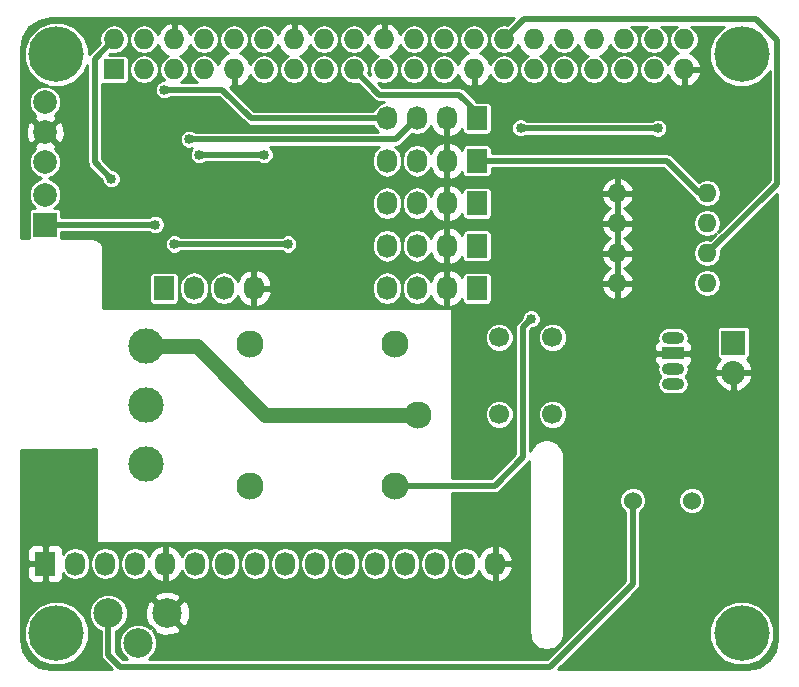
<source format=gbl>
G04 #@! TF.FileFunction,Copper,L2,Bot,Signal*
%FSLAX46Y46*%
G04 Gerber Fmt 4.6, Leading zero omitted, Abs format (unit mm)*
G04 Created by KiCad (PCBNEW 4.0.4+dfsg1-stable) date Thu Dec 22 13:39:03 2016*
%MOMM*%
%LPD*%
G01*
G04 APERTURE LIST*
%ADD10C,0.100000*%
%ADD11C,3.000000*%
%ADD12R,1.727200X1.727200*%
%ADD13O,1.727200X1.727200*%
%ADD14O,1.905000X1.000000*%
%ADD15R,1.905000X1.000000*%
%ADD16C,4.700000*%
%ADD17R,2.032000X2.032000*%
%ADD18O,2.032000X2.032000*%
%ADD19O,1.600000X1.600000*%
%ADD20R,1.727200X2.032000*%
%ADD21O,1.727200X2.032000*%
%ADD22C,2.000000*%
%ADD23R,2.000000X2.000000*%
%ADD24C,2.300000*%
%ADD25C,2.500000*%
%ADD26C,1.524000*%
%ADD27C,1.700000*%
%ADD28C,0.850000*%
%ADD29C,0.500000*%
%ADD30C,1.254000*%
%ADD31C,0.254000*%
G04 APERTURE END LIST*
D10*
D11*
X109050000Y-96810000D03*
X109050000Y-101810000D03*
X109050000Y-106810000D03*
D12*
X106370000Y-73370000D03*
D13*
X106370000Y-70830000D03*
X108910000Y-73370000D03*
X108910000Y-70830000D03*
X111450000Y-73370000D03*
X111450000Y-70830000D03*
X113990000Y-73370000D03*
X113990000Y-70830000D03*
X116530000Y-73370000D03*
X116530000Y-70830000D03*
X119070000Y-73370000D03*
X119070000Y-70830000D03*
X121610000Y-73370000D03*
X121610000Y-70830000D03*
X124150000Y-73370000D03*
X124150000Y-70830000D03*
X126690000Y-73370000D03*
X126690000Y-70830000D03*
X129230000Y-73370000D03*
X129230000Y-70830000D03*
X131770000Y-73370000D03*
X131770000Y-70830000D03*
X134310000Y-73370000D03*
X134310000Y-70830000D03*
X136850000Y-73370000D03*
X136850000Y-70830000D03*
X139390000Y-73370000D03*
X139390000Y-70830000D03*
X141930000Y-73370000D03*
X141930000Y-70830000D03*
X144470000Y-73370000D03*
X144470000Y-70830000D03*
X147010000Y-73370000D03*
X147010000Y-70830000D03*
X149550000Y-73370000D03*
X149550000Y-70830000D03*
X152090000Y-73370000D03*
X152090000Y-70830000D03*
X154630000Y-73370000D03*
X154630000Y-70830000D03*
D14*
X153700000Y-96100000D03*
D15*
X153700000Y-97400000D03*
D14*
X153700000Y-98700000D03*
X153700000Y-100000000D03*
D16*
X159500000Y-121100000D03*
X159500000Y-72100000D03*
X101500000Y-72100000D03*
X101500000Y-121100000D03*
D17*
X158800000Y-96500000D03*
D18*
X158800000Y-99040000D03*
D19*
X148970000Y-83860000D03*
X148970000Y-86400000D03*
X148970000Y-88940000D03*
X148970000Y-91480000D03*
X156590000Y-91480000D03*
X156590000Y-88940000D03*
X156590000Y-86400000D03*
X156590000Y-83860000D03*
D20*
X100540000Y-115202000D03*
D21*
X103080000Y-115202000D03*
X105620000Y-115202000D03*
X108160000Y-115202000D03*
X110700000Y-115202000D03*
X113240000Y-115202000D03*
X115780000Y-115202000D03*
X118320000Y-115202000D03*
X120860000Y-115202000D03*
X123400000Y-115202000D03*
X125940000Y-115202000D03*
X128480000Y-115202000D03*
X131020000Y-115202000D03*
X133560000Y-115202000D03*
X136100000Y-115202000D03*
X138640000Y-115202000D03*
D22*
X100540000Y-76140000D03*
X100540000Y-78680000D03*
X100540000Y-81220000D03*
D23*
X100520000Y-86500000D03*
D22*
X100520000Y-83960000D03*
D20*
X110600000Y-91900000D03*
D21*
X113140000Y-91900000D03*
X115680000Y-91900000D03*
X118220000Y-91900000D03*
D20*
X137100000Y-91900000D03*
D21*
X134560000Y-91900000D03*
X132020000Y-91900000D03*
X129480000Y-91900000D03*
D20*
X137100000Y-77500000D03*
D21*
X134560000Y-77500000D03*
X132020000Y-77500000D03*
X129480000Y-77500000D03*
D20*
X137100000Y-88300000D03*
D21*
X134560000Y-88300000D03*
X132020000Y-88300000D03*
X129480000Y-88300000D03*
D20*
X137100000Y-84700000D03*
D21*
X134560000Y-84700000D03*
X132020000Y-84700000D03*
X129480000Y-84700000D03*
D20*
X137100000Y-81100000D03*
D21*
X134560000Y-81100000D03*
X132020000Y-81100000D03*
X129480000Y-81100000D03*
D24*
X117920000Y-96620000D03*
X130120000Y-96620000D03*
X117920000Y-108620000D03*
X130120000Y-108620000D03*
X132120000Y-102620000D03*
D25*
X105890000Y-119420000D03*
X108390000Y-121920000D03*
X110890000Y-119420000D03*
D26*
X150300000Y-109870000D03*
X155300000Y-109870000D03*
D27*
X138980000Y-96060000D03*
X143480000Y-96060000D03*
X138980000Y-102560000D03*
X143480000Y-102560000D03*
D28*
X106130000Y-82630000D03*
X141700000Y-94490000D03*
X111480000Y-88150000D03*
X121100000Y-88150000D03*
X152420000Y-78350000D03*
X140790000Y-78320000D03*
X110630000Y-75090000D03*
X112730000Y-79290000D03*
X109860000Y-86500000D03*
X113590000Y-80590000D03*
X119070000Y-80590000D03*
D29*
X153150000Y-81100000D02*
X151320000Y-81100000D01*
X156590000Y-83860000D02*
X155910000Y-83860000D01*
X155910000Y-83860000D02*
X153150000Y-81100000D01*
X151320000Y-81100000D02*
X137100000Y-81100000D01*
X137100000Y-77500000D02*
X137100000Y-77000000D01*
X137100000Y-77000000D02*
X135600000Y-75500000D01*
X128820000Y-75500000D02*
X126690000Y-73370000D01*
X135600000Y-75500000D02*
X128820000Y-75500000D01*
X105890000Y-119420000D02*
X105890000Y-122930000D01*
X150300000Y-116910000D02*
X150300000Y-109870000D01*
X143270000Y-123940000D02*
X150300000Y-116910000D01*
X106900000Y-123940000D02*
X143270000Y-123940000D01*
X105890000Y-122930000D02*
X106900000Y-123940000D01*
X104730000Y-72470000D02*
X106370000Y-70830000D01*
X104730000Y-81230000D02*
X104730000Y-72470000D01*
X106130000Y-82630000D02*
X104730000Y-81230000D01*
X138590000Y-108620000D02*
X130120000Y-108620000D01*
X140990000Y-106220000D02*
X138590000Y-108620000D01*
X140990000Y-95200000D02*
X140990000Y-106220000D01*
X141700000Y-94490000D02*
X140990000Y-95200000D01*
X121100000Y-88150000D02*
X111480000Y-88150000D01*
X139390000Y-70830000D02*
X139390000Y-70780000D01*
X139390000Y-70780000D02*
X141060000Y-69110000D01*
X141060000Y-69110000D02*
X160740000Y-69110000D01*
X160740000Y-69110000D02*
X162500000Y-70870000D01*
X162500000Y-70870000D02*
X162500000Y-83030000D01*
X162500000Y-83030000D02*
X156590000Y-88940000D01*
X140820000Y-78350000D02*
X152420000Y-78350000D01*
X140790000Y-78320000D02*
X140820000Y-78350000D01*
X129480000Y-77500000D02*
X117960000Y-77500000D01*
X115550000Y-75090000D02*
X110630000Y-75090000D01*
X117960000Y-77500000D02*
X115550000Y-75090000D01*
X132020000Y-77500000D02*
X132020000Y-77510000D01*
X132020000Y-77510000D02*
X130240000Y-79290000D01*
X130240000Y-79290000D02*
X112730000Y-79290000D01*
X100520000Y-86500000D02*
X109860000Y-86500000D01*
X119070000Y-80590000D02*
X113590000Y-80590000D01*
D30*
X109050000Y-96810000D02*
X113360000Y-96810000D01*
X119170000Y-102620000D02*
X132120000Y-102620000D01*
X113360000Y-96810000D02*
X119170000Y-102620000D01*
D31*
G36*
X139662426Y-69615206D02*
X139390000Y-69561017D01*
X138913712Y-69655757D01*
X138509935Y-69925552D01*
X138240140Y-70329329D01*
X138145400Y-70805617D01*
X138145400Y-70854383D01*
X138240140Y-71330671D01*
X138509935Y-71734448D01*
X138913712Y-72004243D01*
X139390000Y-72098983D01*
X139866288Y-72004243D01*
X140270065Y-71734448D01*
X140539860Y-71330671D01*
X140540324Y-71328338D01*
X140723179Y-71718490D01*
X141155053Y-72112688D01*
X141416172Y-72220841D01*
X141049935Y-72465552D01*
X140780140Y-72869329D01*
X140685400Y-73345617D01*
X140685400Y-73394383D01*
X140780140Y-73870671D01*
X141049935Y-74274448D01*
X141453712Y-74544243D01*
X141930000Y-74638983D01*
X142406288Y-74544243D01*
X142810065Y-74274448D01*
X143079860Y-73870671D01*
X143174600Y-73394383D01*
X143174600Y-73345617D01*
X143225400Y-73345617D01*
X143225400Y-73394383D01*
X143320140Y-73870671D01*
X143589935Y-74274448D01*
X143993712Y-74544243D01*
X144470000Y-74638983D01*
X144946288Y-74544243D01*
X145350065Y-74274448D01*
X145619860Y-73870671D01*
X145714600Y-73394383D01*
X145714600Y-73345617D01*
X145619860Y-72869329D01*
X145350065Y-72465552D01*
X144946288Y-72195757D01*
X144470000Y-72101017D01*
X143993712Y-72195757D01*
X143589935Y-72465552D01*
X143320140Y-72869329D01*
X143225400Y-73345617D01*
X143174600Y-73345617D01*
X143079860Y-72869329D01*
X142810065Y-72465552D01*
X142443828Y-72220841D01*
X142704947Y-72112688D01*
X143136821Y-71718490D01*
X143319676Y-71328338D01*
X143320140Y-71330671D01*
X143589935Y-71734448D01*
X143993712Y-72004243D01*
X144470000Y-72098983D01*
X144946288Y-72004243D01*
X145350065Y-71734448D01*
X145619860Y-71330671D01*
X145620324Y-71328338D01*
X145803179Y-71718490D01*
X146235053Y-72112688D01*
X146496172Y-72220841D01*
X146129935Y-72465552D01*
X145860140Y-72869329D01*
X145765400Y-73345617D01*
X145765400Y-73394383D01*
X145860140Y-73870671D01*
X146129935Y-74274448D01*
X146533712Y-74544243D01*
X147010000Y-74638983D01*
X147486288Y-74544243D01*
X147890065Y-74274448D01*
X148159860Y-73870671D01*
X148254600Y-73394383D01*
X148254600Y-73345617D01*
X148305400Y-73345617D01*
X148305400Y-73394383D01*
X148400140Y-73870671D01*
X148669935Y-74274448D01*
X149073712Y-74544243D01*
X149550000Y-74638983D01*
X150026288Y-74544243D01*
X150430065Y-74274448D01*
X150699860Y-73870671D01*
X150794600Y-73394383D01*
X150794600Y-73345617D01*
X150699860Y-72869329D01*
X150430065Y-72465552D01*
X150026288Y-72195757D01*
X149550000Y-72101017D01*
X149073712Y-72195757D01*
X148669935Y-72465552D01*
X148400140Y-72869329D01*
X148305400Y-73345617D01*
X148254600Y-73345617D01*
X148159860Y-72869329D01*
X147890065Y-72465552D01*
X147523828Y-72220841D01*
X147784947Y-72112688D01*
X148216821Y-71718490D01*
X148399676Y-71328338D01*
X148400140Y-71330671D01*
X148669935Y-71734448D01*
X149073712Y-72004243D01*
X149550000Y-72098983D01*
X150026288Y-72004243D01*
X150430065Y-71734448D01*
X150699860Y-71330671D01*
X150794600Y-70854383D01*
X150794600Y-70805617D01*
X150699860Y-70329329D01*
X150430065Y-69925552D01*
X150153863Y-69741000D01*
X151486137Y-69741000D01*
X151209935Y-69925552D01*
X150940140Y-70329329D01*
X150845400Y-70805617D01*
X150845400Y-70854383D01*
X150940140Y-71330671D01*
X151209935Y-71734448D01*
X151613712Y-72004243D01*
X152090000Y-72098983D01*
X152566288Y-72004243D01*
X152970065Y-71734448D01*
X153239860Y-71330671D01*
X153334600Y-70854383D01*
X153334600Y-70805617D01*
X153239860Y-70329329D01*
X152970065Y-69925552D01*
X152693863Y-69741000D01*
X154026137Y-69741000D01*
X153749935Y-69925552D01*
X153480140Y-70329329D01*
X153385400Y-70805617D01*
X153385400Y-70854383D01*
X153480140Y-71330671D01*
X153749935Y-71734448D01*
X154116172Y-71979159D01*
X153855053Y-72087312D01*
X153423179Y-72481510D01*
X153240324Y-72871662D01*
X153239860Y-72869329D01*
X152970065Y-72465552D01*
X152566288Y-72195757D01*
X152090000Y-72101017D01*
X151613712Y-72195757D01*
X151209935Y-72465552D01*
X150940140Y-72869329D01*
X150845400Y-73345617D01*
X150845400Y-73394383D01*
X150940140Y-73870671D01*
X151209935Y-74274448D01*
X151613712Y-74544243D01*
X152090000Y-74638983D01*
X152566288Y-74544243D01*
X152970065Y-74274448D01*
X153239860Y-73870671D01*
X153240324Y-73868338D01*
X153423179Y-74258490D01*
X153855053Y-74652688D01*
X154270974Y-74824958D01*
X154503000Y-74703817D01*
X154503000Y-73497000D01*
X154757000Y-73497000D01*
X154757000Y-74703817D01*
X154989026Y-74824958D01*
X155404947Y-74652688D01*
X155836821Y-74258490D01*
X156084968Y-73729027D01*
X155964469Y-73497000D01*
X154757000Y-73497000D01*
X154503000Y-73497000D01*
X154483000Y-73497000D01*
X154483000Y-73243000D01*
X154503000Y-73243000D01*
X154503000Y-73223000D01*
X154757000Y-73223000D01*
X154757000Y-73243000D01*
X155964469Y-73243000D01*
X156084968Y-73010973D01*
X155836821Y-72481510D01*
X155404947Y-72087312D01*
X155143828Y-71979159D01*
X155510065Y-71734448D01*
X155779860Y-71330671D01*
X155874600Y-70854383D01*
X155874600Y-70805617D01*
X155779860Y-70329329D01*
X155510065Y-69925552D01*
X155233863Y-69741000D01*
X158057701Y-69741000D01*
X157955034Y-69783421D01*
X157186121Y-70550993D01*
X156769476Y-71554387D01*
X156768527Y-72640846D01*
X157183421Y-73644966D01*
X157950993Y-74413879D01*
X158954387Y-74830524D01*
X160040846Y-74831473D01*
X161044966Y-74416579D01*
X161813879Y-73649007D01*
X161869000Y-73516261D01*
X161869000Y-82768632D01*
X157540237Y-87097395D01*
X157704239Y-86851949D01*
X157794137Y-86400000D01*
X157704239Y-85948051D01*
X157448230Y-85564907D01*
X157065086Y-85308898D01*
X156613137Y-85219000D01*
X156566863Y-85219000D01*
X156114914Y-85308898D01*
X155731770Y-85564907D01*
X155475761Y-85948051D01*
X155385863Y-86400000D01*
X155475761Y-86851949D01*
X155731770Y-87235093D01*
X156114914Y-87491102D01*
X156566863Y-87581000D01*
X156613137Y-87581000D01*
X157065086Y-87491102D01*
X157310532Y-87327100D01*
X156834584Y-87803048D01*
X156613137Y-87759000D01*
X156566863Y-87759000D01*
X156114914Y-87848898D01*
X155731770Y-88104907D01*
X155475761Y-88488051D01*
X155385863Y-88940000D01*
X155475761Y-89391949D01*
X155731770Y-89775093D01*
X156114914Y-90031102D01*
X156566863Y-90121000D01*
X156613137Y-90121000D01*
X157065086Y-90031102D01*
X157448230Y-89775093D01*
X157704239Y-89391949D01*
X157794137Y-88940000D01*
X157742411Y-88679957D01*
X162544000Y-83878368D01*
X162544000Y-121555089D01*
X162342096Y-122570128D01*
X161792562Y-123392562D01*
X160970128Y-123942096D01*
X159955089Y-124144000D01*
X143958368Y-124144000D01*
X146461522Y-121640846D01*
X156768527Y-121640846D01*
X157183421Y-122644966D01*
X157950993Y-123413879D01*
X158954387Y-123830524D01*
X160040846Y-123831473D01*
X161044966Y-123416579D01*
X161813879Y-122649007D01*
X162230524Y-121645613D01*
X162231473Y-120559154D01*
X161816579Y-119555034D01*
X161049007Y-118786121D01*
X160045613Y-118369476D01*
X158959154Y-118368527D01*
X157955034Y-118783421D01*
X157186121Y-119550993D01*
X156769476Y-120554387D01*
X156768527Y-121640846D01*
X146461522Y-121640846D01*
X150746184Y-117356185D01*
X150882968Y-117151474D01*
X150890937Y-117111411D01*
X150931000Y-116910000D01*
X150931000Y-110846005D01*
X150946612Y-110839554D01*
X151268423Y-110518303D01*
X151442801Y-110098354D01*
X151442802Y-110096359D01*
X154156802Y-110096359D01*
X154330446Y-110516612D01*
X154651697Y-110838423D01*
X155071646Y-111012801D01*
X155526359Y-111013198D01*
X155946612Y-110839554D01*
X156268423Y-110518303D01*
X156442801Y-110098354D01*
X156443198Y-109643641D01*
X156269554Y-109223388D01*
X155948303Y-108901577D01*
X155528354Y-108727199D01*
X155073641Y-108726802D01*
X154653388Y-108900446D01*
X154331577Y-109221697D01*
X154157199Y-109641646D01*
X154156802Y-110096359D01*
X151442802Y-110096359D01*
X151443198Y-109643641D01*
X151269554Y-109223388D01*
X150948303Y-108901577D01*
X150528354Y-108727199D01*
X150073641Y-108726802D01*
X149653388Y-108900446D01*
X149331577Y-109221697D01*
X149157199Y-109641646D01*
X149156802Y-110096359D01*
X149330446Y-110516612D01*
X149651697Y-110838423D01*
X149669000Y-110845608D01*
X149669000Y-116648631D01*
X143008632Y-123309000D01*
X109299371Y-123309000D01*
X109312680Y-123303501D01*
X109771888Y-122845093D01*
X110020716Y-122245849D01*
X110021282Y-121596997D01*
X109773501Y-120997320D01*
X109633017Y-120856591D01*
X109736286Y-120753322D01*
X109865533Y-121046123D01*
X110565806Y-121314388D01*
X111315435Y-121294250D01*
X111914467Y-121046123D01*
X112043715Y-120753320D01*
X110890000Y-119599605D01*
X110875858Y-119613748D01*
X110696253Y-119434143D01*
X110710395Y-119420000D01*
X111069605Y-119420000D01*
X112223320Y-120573715D01*
X112516123Y-120444467D01*
X112784388Y-119744194D01*
X112764250Y-118994565D01*
X112516123Y-118395533D01*
X112223320Y-118266285D01*
X111069605Y-119420000D01*
X110710395Y-119420000D01*
X109556680Y-118266285D01*
X109263877Y-118395533D01*
X108995612Y-119095806D01*
X109015750Y-119845435D01*
X109263877Y-120444467D01*
X109556678Y-120573714D01*
X109453566Y-120676826D01*
X109315093Y-120538112D01*
X108715849Y-120289284D01*
X108066997Y-120288718D01*
X107467320Y-120536499D01*
X107008112Y-120994907D01*
X106759284Y-121594151D01*
X106758718Y-122243003D01*
X107006499Y-122842680D01*
X107464907Y-123301888D01*
X107482035Y-123309000D01*
X107161369Y-123309000D01*
X106521000Y-122668632D01*
X106521000Y-120924020D01*
X106812680Y-120803501D01*
X107271888Y-120345093D01*
X107520716Y-119745849D01*
X107521282Y-119096997D01*
X107273501Y-118497320D01*
X106863577Y-118086680D01*
X109736285Y-118086680D01*
X110890000Y-119240395D01*
X112043715Y-118086680D01*
X111914467Y-117793877D01*
X111214194Y-117525612D01*
X110464565Y-117545750D01*
X109865533Y-117793877D01*
X109736285Y-118086680D01*
X106863577Y-118086680D01*
X106815093Y-118038112D01*
X106215849Y-117789284D01*
X105566997Y-117788718D01*
X104967320Y-118036499D01*
X104508112Y-118494907D01*
X104259284Y-119094151D01*
X104258718Y-119743003D01*
X104506499Y-120342680D01*
X104964907Y-120801888D01*
X105259000Y-120924006D01*
X105259000Y-122930000D01*
X105273201Y-123001391D01*
X105307032Y-123171473D01*
X105443816Y-123376184D01*
X106211631Y-124144000D01*
X101044911Y-124144000D01*
X100029872Y-123942096D01*
X99207438Y-123392562D01*
X98657904Y-122570128D01*
X98473059Y-121640846D01*
X98768527Y-121640846D01*
X99183421Y-122644966D01*
X99950993Y-123413879D01*
X100954387Y-123830524D01*
X102040846Y-123831473D01*
X103044966Y-123416579D01*
X103813879Y-122649007D01*
X104230524Y-121645613D01*
X104231473Y-120559154D01*
X103816579Y-119555034D01*
X103049007Y-118786121D01*
X102045613Y-118369476D01*
X100959154Y-118368527D01*
X99955034Y-118783421D01*
X99186121Y-119550993D01*
X98769476Y-120554387D01*
X98768527Y-121640846D01*
X98473059Y-121640846D01*
X98456000Y-121555089D01*
X98456000Y-115487750D01*
X99041400Y-115487750D01*
X99041400Y-116344309D01*
X99138073Y-116577698D01*
X99316701Y-116756327D01*
X99550090Y-116853000D01*
X100254250Y-116853000D01*
X100413000Y-116694250D01*
X100413000Y-115329000D01*
X99200150Y-115329000D01*
X99041400Y-115487750D01*
X98456000Y-115487750D01*
X98456000Y-114059691D01*
X99041400Y-114059691D01*
X99041400Y-114916250D01*
X99200150Y-115075000D01*
X100413000Y-115075000D01*
X100413000Y-113709750D01*
X100667000Y-113709750D01*
X100667000Y-115075000D01*
X100687000Y-115075000D01*
X100687000Y-115329000D01*
X100667000Y-115329000D01*
X100667000Y-116694250D01*
X100825750Y-116853000D01*
X101529910Y-116853000D01*
X101763299Y-116756327D01*
X101941927Y-116577698D01*
X102038600Y-116344309D01*
X102038600Y-116020379D01*
X102199935Y-116261834D01*
X102603712Y-116531629D01*
X103080000Y-116626369D01*
X103556288Y-116531629D01*
X103960065Y-116261834D01*
X104229860Y-115858057D01*
X104324600Y-115381769D01*
X104324600Y-115022231D01*
X104375400Y-115022231D01*
X104375400Y-115381769D01*
X104470140Y-115858057D01*
X104739935Y-116261834D01*
X105143712Y-116531629D01*
X105620000Y-116626369D01*
X106096288Y-116531629D01*
X106500065Y-116261834D01*
X106769860Y-115858057D01*
X106864600Y-115381769D01*
X106864600Y-115022231D01*
X106915400Y-115022231D01*
X106915400Y-115381769D01*
X107010140Y-115858057D01*
X107279935Y-116261834D01*
X107683712Y-116531629D01*
X108160000Y-116626369D01*
X108636288Y-116531629D01*
X109040065Y-116261834D01*
X109309860Y-115858057D01*
X109312704Y-115843757D01*
X109408046Y-116116320D01*
X109797964Y-116552732D01*
X110325209Y-116806709D01*
X110340974Y-116809358D01*
X110573000Y-116688217D01*
X110573000Y-115329000D01*
X110553000Y-115329000D01*
X110553000Y-115075000D01*
X110573000Y-115075000D01*
X110573000Y-113715783D01*
X110827000Y-113715783D01*
X110827000Y-115075000D01*
X110847000Y-115075000D01*
X110847000Y-115329000D01*
X110827000Y-115329000D01*
X110827000Y-116688217D01*
X111059026Y-116809358D01*
X111074791Y-116806709D01*
X111602036Y-116552732D01*
X111991954Y-116116320D01*
X112087296Y-115843757D01*
X112090140Y-115858057D01*
X112359935Y-116261834D01*
X112763712Y-116531629D01*
X113240000Y-116626369D01*
X113716288Y-116531629D01*
X114120065Y-116261834D01*
X114389860Y-115858057D01*
X114484600Y-115381769D01*
X114484600Y-115022231D01*
X114535400Y-115022231D01*
X114535400Y-115381769D01*
X114630140Y-115858057D01*
X114899935Y-116261834D01*
X115303712Y-116531629D01*
X115780000Y-116626369D01*
X116256288Y-116531629D01*
X116660065Y-116261834D01*
X116929860Y-115858057D01*
X117024600Y-115381769D01*
X117024600Y-115022231D01*
X117075400Y-115022231D01*
X117075400Y-115381769D01*
X117170140Y-115858057D01*
X117439935Y-116261834D01*
X117843712Y-116531629D01*
X118320000Y-116626369D01*
X118796288Y-116531629D01*
X119200065Y-116261834D01*
X119469860Y-115858057D01*
X119564600Y-115381769D01*
X119564600Y-115022231D01*
X119615400Y-115022231D01*
X119615400Y-115381769D01*
X119710140Y-115858057D01*
X119979935Y-116261834D01*
X120383712Y-116531629D01*
X120860000Y-116626369D01*
X121336288Y-116531629D01*
X121740065Y-116261834D01*
X122009860Y-115858057D01*
X122104600Y-115381769D01*
X122104600Y-115022231D01*
X122155400Y-115022231D01*
X122155400Y-115381769D01*
X122250140Y-115858057D01*
X122519935Y-116261834D01*
X122923712Y-116531629D01*
X123400000Y-116626369D01*
X123876288Y-116531629D01*
X124280065Y-116261834D01*
X124549860Y-115858057D01*
X124644600Y-115381769D01*
X124644600Y-115022231D01*
X124695400Y-115022231D01*
X124695400Y-115381769D01*
X124790140Y-115858057D01*
X125059935Y-116261834D01*
X125463712Y-116531629D01*
X125940000Y-116626369D01*
X126416288Y-116531629D01*
X126820065Y-116261834D01*
X127089860Y-115858057D01*
X127184600Y-115381769D01*
X127184600Y-115022231D01*
X127235400Y-115022231D01*
X127235400Y-115381769D01*
X127330140Y-115858057D01*
X127599935Y-116261834D01*
X128003712Y-116531629D01*
X128480000Y-116626369D01*
X128956288Y-116531629D01*
X129360065Y-116261834D01*
X129629860Y-115858057D01*
X129724600Y-115381769D01*
X129724600Y-115022231D01*
X129775400Y-115022231D01*
X129775400Y-115381769D01*
X129870140Y-115858057D01*
X130139935Y-116261834D01*
X130543712Y-116531629D01*
X131020000Y-116626369D01*
X131496288Y-116531629D01*
X131900065Y-116261834D01*
X132169860Y-115858057D01*
X132264600Y-115381769D01*
X132264600Y-115022231D01*
X132315400Y-115022231D01*
X132315400Y-115381769D01*
X132410140Y-115858057D01*
X132679935Y-116261834D01*
X133083712Y-116531629D01*
X133560000Y-116626369D01*
X134036288Y-116531629D01*
X134440065Y-116261834D01*
X134709860Y-115858057D01*
X134804600Y-115381769D01*
X134804600Y-115022231D01*
X134855400Y-115022231D01*
X134855400Y-115381769D01*
X134950140Y-115858057D01*
X135219935Y-116261834D01*
X135623712Y-116531629D01*
X136100000Y-116626369D01*
X136576288Y-116531629D01*
X136980065Y-116261834D01*
X137249860Y-115858057D01*
X137252704Y-115843757D01*
X137348046Y-116116320D01*
X137737964Y-116552732D01*
X138265209Y-116806709D01*
X138280974Y-116809358D01*
X138513000Y-116688217D01*
X138513000Y-115329000D01*
X138767000Y-115329000D01*
X138767000Y-116688217D01*
X138999026Y-116809358D01*
X139014791Y-116806709D01*
X139542036Y-116552732D01*
X139931954Y-116116320D01*
X140125184Y-115563913D01*
X139980924Y-115329000D01*
X138767000Y-115329000D01*
X138513000Y-115329000D01*
X138493000Y-115329000D01*
X138493000Y-115075000D01*
X138513000Y-115075000D01*
X138513000Y-113715783D01*
X138767000Y-113715783D01*
X138767000Y-115075000D01*
X139980924Y-115075000D01*
X140125184Y-114840087D01*
X139931954Y-114287680D01*
X139542036Y-113851268D01*
X139014791Y-113597291D01*
X138999026Y-113594642D01*
X138767000Y-113715783D01*
X138513000Y-113715783D01*
X138280974Y-113594642D01*
X138265209Y-113597291D01*
X137737964Y-113851268D01*
X137348046Y-114287680D01*
X137252704Y-114560243D01*
X137249860Y-114545943D01*
X136980065Y-114142166D01*
X136576288Y-113872371D01*
X136100000Y-113777631D01*
X135623712Y-113872371D01*
X135219935Y-114142166D01*
X134950140Y-114545943D01*
X134855400Y-115022231D01*
X134804600Y-115022231D01*
X134709860Y-114545943D01*
X134440065Y-114142166D01*
X134036288Y-113872371D01*
X133560000Y-113777631D01*
X133083712Y-113872371D01*
X132679935Y-114142166D01*
X132410140Y-114545943D01*
X132315400Y-115022231D01*
X132264600Y-115022231D01*
X132169860Y-114545943D01*
X131900065Y-114142166D01*
X131496288Y-113872371D01*
X131020000Y-113777631D01*
X130543712Y-113872371D01*
X130139935Y-114142166D01*
X129870140Y-114545943D01*
X129775400Y-115022231D01*
X129724600Y-115022231D01*
X129629860Y-114545943D01*
X129360065Y-114142166D01*
X128956288Y-113872371D01*
X128480000Y-113777631D01*
X128003712Y-113872371D01*
X127599935Y-114142166D01*
X127330140Y-114545943D01*
X127235400Y-115022231D01*
X127184600Y-115022231D01*
X127089860Y-114545943D01*
X126820065Y-114142166D01*
X126416288Y-113872371D01*
X125940000Y-113777631D01*
X125463712Y-113872371D01*
X125059935Y-114142166D01*
X124790140Y-114545943D01*
X124695400Y-115022231D01*
X124644600Y-115022231D01*
X124549860Y-114545943D01*
X124280065Y-114142166D01*
X123876288Y-113872371D01*
X123400000Y-113777631D01*
X122923712Y-113872371D01*
X122519935Y-114142166D01*
X122250140Y-114545943D01*
X122155400Y-115022231D01*
X122104600Y-115022231D01*
X122009860Y-114545943D01*
X121740065Y-114142166D01*
X121336288Y-113872371D01*
X120860000Y-113777631D01*
X120383712Y-113872371D01*
X119979935Y-114142166D01*
X119710140Y-114545943D01*
X119615400Y-115022231D01*
X119564600Y-115022231D01*
X119469860Y-114545943D01*
X119200065Y-114142166D01*
X118796288Y-113872371D01*
X118320000Y-113777631D01*
X117843712Y-113872371D01*
X117439935Y-114142166D01*
X117170140Y-114545943D01*
X117075400Y-115022231D01*
X117024600Y-115022231D01*
X116929860Y-114545943D01*
X116660065Y-114142166D01*
X116256288Y-113872371D01*
X115780000Y-113777631D01*
X115303712Y-113872371D01*
X114899935Y-114142166D01*
X114630140Y-114545943D01*
X114535400Y-115022231D01*
X114484600Y-115022231D01*
X114389860Y-114545943D01*
X114120065Y-114142166D01*
X113716288Y-113872371D01*
X113240000Y-113777631D01*
X112763712Y-113872371D01*
X112359935Y-114142166D01*
X112090140Y-114545943D01*
X112087296Y-114560243D01*
X111991954Y-114287680D01*
X111602036Y-113851268D01*
X111074791Y-113597291D01*
X111059026Y-113594642D01*
X110827000Y-113715783D01*
X110573000Y-113715783D01*
X110340974Y-113594642D01*
X110325209Y-113597291D01*
X109797964Y-113851268D01*
X109408046Y-114287680D01*
X109312704Y-114560243D01*
X109309860Y-114545943D01*
X109040065Y-114142166D01*
X108636288Y-113872371D01*
X108160000Y-113777631D01*
X107683712Y-113872371D01*
X107279935Y-114142166D01*
X107010140Y-114545943D01*
X106915400Y-115022231D01*
X106864600Y-115022231D01*
X106769860Y-114545943D01*
X106500065Y-114142166D01*
X106096288Y-113872371D01*
X105620000Y-113777631D01*
X105143712Y-113872371D01*
X104739935Y-114142166D01*
X104470140Y-114545943D01*
X104375400Y-115022231D01*
X104324600Y-115022231D01*
X104229860Y-114545943D01*
X103960065Y-114142166D01*
X103556288Y-113872371D01*
X103080000Y-113777631D01*
X102603712Y-113872371D01*
X102199935Y-114142166D01*
X102038600Y-114383621D01*
X102038600Y-114059691D01*
X101941927Y-113826302D01*
X101763299Y-113647673D01*
X101529910Y-113551000D01*
X100825750Y-113551000D01*
X100667000Y-113709750D01*
X100413000Y-113709750D01*
X100254250Y-113551000D01*
X99550090Y-113551000D01*
X99316701Y-113647673D01*
X99138073Y-113826302D01*
X99041400Y-114059691D01*
X98456000Y-114059691D01*
X98456000Y-105644911D01*
X98467602Y-105586582D01*
X98475204Y-105575204D01*
X98486582Y-105567602D01*
X98544911Y-105556000D01*
X104500000Y-105556000D01*
X104544050Y-105547238D01*
X104588961Y-105547238D01*
X104780303Y-105509178D01*
X104780305Y-105509178D01*
X104873000Y-105470782D01*
X104873000Y-113320000D01*
X104881685Y-113366159D01*
X104908965Y-113408553D01*
X104950590Y-113436994D01*
X105000000Y-113447000D01*
X134860000Y-113447000D01*
X134906159Y-113438315D01*
X134948553Y-113411035D01*
X134976994Y-113369410D01*
X134987000Y-113320000D01*
X134987000Y-109251000D01*
X138590000Y-109251000D01*
X138831473Y-109202968D01*
X139036184Y-109066184D01*
X141436185Y-106666184D01*
X141544000Y-106504827D01*
X141544000Y-121100000D01*
X141552762Y-121144050D01*
X141552762Y-121188961D01*
X141628882Y-121571644D01*
X141696970Y-121736023D01*
X141913743Y-122060447D01*
X142039553Y-122186257D01*
X142363977Y-122403030D01*
X142528356Y-122471118D01*
X142911037Y-122547238D01*
X143088963Y-122547238D01*
X143471644Y-122471118D01*
X143636023Y-122403030D01*
X143960447Y-122186257D01*
X144086257Y-122060447D01*
X144303030Y-121736023D01*
X144371118Y-121571644D01*
X144447238Y-121188961D01*
X144447238Y-121144050D01*
X144456000Y-121100000D01*
X144456000Y-106100000D01*
X144447238Y-106055950D01*
X144447238Y-106011039D01*
X144371118Y-105628356D01*
X144303030Y-105463977D01*
X144303029Y-105463976D01*
X144086257Y-105139553D01*
X143960447Y-105013743D01*
X143636023Y-104796970D01*
X143471644Y-104728882D01*
X143088963Y-104652762D01*
X142911037Y-104652762D01*
X142528356Y-104728882D01*
X142363977Y-104796970D01*
X142039553Y-105013743D01*
X141913743Y-105139553D01*
X141696971Y-105463976D01*
X141696970Y-105463977D01*
X141628882Y-105628356D01*
X141621000Y-105667982D01*
X141621000Y-102803787D01*
X142248787Y-102803787D01*
X142435800Y-103256395D01*
X142781784Y-103602983D01*
X143234065Y-103790786D01*
X143723787Y-103791213D01*
X144176395Y-103604200D01*
X144522983Y-103258216D01*
X144710786Y-102805935D01*
X144711213Y-102316213D01*
X144524200Y-101863605D01*
X144178216Y-101517017D01*
X143725935Y-101329214D01*
X143236213Y-101328787D01*
X142783605Y-101515800D01*
X142437017Y-101861784D01*
X142249214Y-102314065D01*
X142248787Y-102803787D01*
X141621000Y-102803787D01*
X141621000Y-97685750D01*
X152112500Y-97685750D01*
X152112500Y-98026310D01*
X152209173Y-98259699D01*
X152387802Y-98438327D01*
X152392073Y-98440096D01*
X152340375Y-98700000D01*
X152407437Y-99037144D01*
X152598414Y-99322961D01*
X152638881Y-99350000D01*
X152598414Y-99377039D01*
X152407437Y-99662856D01*
X152340375Y-100000000D01*
X152407437Y-100337144D01*
X152598414Y-100622961D01*
X152884231Y-100813938D01*
X153221375Y-100881000D01*
X154178625Y-100881000D01*
X154515769Y-100813938D01*
X154801586Y-100622961D01*
X154992563Y-100337144D01*
X155059625Y-100000000D01*
X154992563Y-99662856D01*
X154832259Y-99422944D01*
X157194025Y-99422944D01*
X157393615Y-99904818D01*
X157831621Y-100377188D01*
X158417054Y-100645983D01*
X158673000Y-100527367D01*
X158673000Y-99167000D01*
X158927000Y-99167000D01*
X158927000Y-100527367D01*
X159182946Y-100645983D01*
X159768379Y-100377188D01*
X160206385Y-99904818D01*
X160405975Y-99422944D01*
X160286836Y-99167000D01*
X158927000Y-99167000D01*
X158673000Y-99167000D01*
X157313164Y-99167000D01*
X157194025Y-99422944D01*
X154832259Y-99422944D01*
X154801586Y-99377039D01*
X154761119Y-99350000D01*
X154801586Y-99322961D01*
X154992563Y-99037144D01*
X155059625Y-98700000D01*
X155051083Y-98657056D01*
X157194025Y-98657056D01*
X157313164Y-98913000D01*
X158673000Y-98913000D01*
X158673000Y-98893000D01*
X158927000Y-98893000D01*
X158927000Y-98913000D01*
X160286836Y-98913000D01*
X160405975Y-98657056D01*
X160206385Y-98175182D01*
X159934658Y-97882137D01*
X159957190Y-97877897D01*
X160086865Y-97794454D01*
X160173859Y-97667134D01*
X160204464Y-97516000D01*
X160204464Y-95484000D01*
X160177897Y-95342810D01*
X160094454Y-95213135D01*
X159967134Y-95126141D01*
X159816000Y-95095536D01*
X157784000Y-95095536D01*
X157642810Y-95122103D01*
X157513135Y-95205546D01*
X157426141Y-95332866D01*
X157395536Y-95484000D01*
X157395536Y-97516000D01*
X157422103Y-97657190D01*
X157505546Y-97786865D01*
X157632866Y-97873859D01*
X157666670Y-97880704D01*
X157393615Y-98175182D01*
X157194025Y-98657056D01*
X155051083Y-98657056D01*
X155007927Y-98440096D01*
X155012198Y-98438327D01*
X155190827Y-98259699D01*
X155287500Y-98026310D01*
X155287500Y-97685750D01*
X155128750Y-97527000D01*
X153827000Y-97527000D01*
X153827000Y-97547000D01*
X153573000Y-97547000D01*
X153573000Y-97527000D01*
X152271250Y-97527000D01*
X152112500Y-97685750D01*
X141621000Y-97685750D01*
X141621000Y-96303787D01*
X142248787Y-96303787D01*
X142435800Y-96756395D01*
X142781784Y-97102983D01*
X143234065Y-97290786D01*
X143723787Y-97291213D01*
X144176395Y-97104200D01*
X144507481Y-96773690D01*
X152112500Y-96773690D01*
X152112500Y-97114250D01*
X152271250Y-97273000D01*
X153573000Y-97273000D01*
X153573000Y-97253000D01*
X153827000Y-97253000D01*
X153827000Y-97273000D01*
X155128750Y-97273000D01*
X155287500Y-97114250D01*
X155287500Y-96773690D01*
X155190827Y-96540301D01*
X155012198Y-96361673D01*
X155007927Y-96359904D01*
X155059625Y-96100000D01*
X154992563Y-95762856D01*
X154801586Y-95477039D01*
X154515769Y-95286062D01*
X154178625Y-95219000D01*
X153221375Y-95219000D01*
X152884231Y-95286062D01*
X152598414Y-95477039D01*
X152407437Y-95762856D01*
X152340375Y-96100000D01*
X152392073Y-96359904D01*
X152387802Y-96361673D01*
X152209173Y-96540301D01*
X152112500Y-96773690D01*
X144507481Y-96773690D01*
X144522983Y-96758216D01*
X144710786Y-96305935D01*
X144711213Y-95816213D01*
X144524200Y-95363605D01*
X144178216Y-95017017D01*
X143725935Y-94829214D01*
X143236213Y-94828787D01*
X142783605Y-95015800D01*
X142437017Y-95361784D01*
X142249214Y-95814065D01*
X142248787Y-96303787D01*
X141621000Y-96303787D01*
X141621000Y-95461368D01*
X141786294Y-95296075D01*
X141859620Y-95296139D01*
X142155966Y-95173692D01*
X142382895Y-94947158D01*
X142505859Y-94651027D01*
X142506139Y-94330380D01*
X142383692Y-94034034D01*
X142157158Y-93807105D01*
X141861027Y-93684141D01*
X141540380Y-93683861D01*
X141244034Y-93806308D01*
X141017105Y-94032842D01*
X140894141Y-94328973D01*
X140894076Y-94403556D01*
X140543816Y-94753816D01*
X140407032Y-94958527D01*
X140359000Y-95200000D01*
X140359000Y-105958631D01*
X138328632Y-107989000D01*
X134987000Y-107989000D01*
X134987000Y-102803787D01*
X137748787Y-102803787D01*
X137935800Y-103256395D01*
X138281784Y-103602983D01*
X138734065Y-103790786D01*
X139223787Y-103791213D01*
X139676395Y-103604200D01*
X140022983Y-103258216D01*
X140210786Y-102805935D01*
X140211213Y-102316213D01*
X140024200Y-101863605D01*
X139678216Y-101517017D01*
X139225935Y-101329214D01*
X138736213Y-101328787D01*
X138283605Y-101515800D01*
X137937017Y-101861784D01*
X137749214Y-102314065D01*
X137748787Y-102803787D01*
X134987000Y-102803787D01*
X134987000Y-96303787D01*
X137748787Y-96303787D01*
X137935800Y-96756395D01*
X138281784Y-97102983D01*
X138734065Y-97290786D01*
X139223787Y-97291213D01*
X139676395Y-97104200D01*
X140022983Y-96758216D01*
X140210786Y-96305935D01*
X140211213Y-95816213D01*
X140024200Y-95363605D01*
X139678216Y-95017017D01*
X139225935Y-94829214D01*
X138736213Y-94828787D01*
X138283605Y-95015800D01*
X137937017Y-95361784D01*
X137749214Y-95814065D01*
X137748787Y-96303787D01*
X134987000Y-96303787D01*
X134987000Y-93710000D01*
X134978315Y-93663841D01*
X134951035Y-93621447D01*
X134909410Y-93593006D01*
X134860000Y-93583000D01*
X105456000Y-93583000D01*
X105456000Y-90884000D01*
X109347936Y-90884000D01*
X109347936Y-92916000D01*
X109374503Y-93057190D01*
X109457946Y-93186865D01*
X109585266Y-93273859D01*
X109736400Y-93304464D01*
X111463600Y-93304464D01*
X111604790Y-93277897D01*
X111734465Y-93194454D01*
X111821459Y-93067134D01*
X111852064Y-92916000D01*
X111852064Y-91720231D01*
X111895400Y-91720231D01*
X111895400Y-92079769D01*
X111990140Y-92556057D01*
X112259935Y-92959834D01*
X112663712Y-93229629D01*
X113140000Y-93324369D01*
X113616288Y-93229629D01*
X114020065Y-92959834D01*
X114289860Y-92556057D01*
X114384600Y-92079769D01*
X114384600Y-91720231D01*
X114435400Y-91720231D01*
X114435400Y-92079769D01*
X114530140Y-92556057D01*
X114799935Y-92959834D01*
X115203712Y-93229629D01*
X115680000Y-93324369D01*
X116156288Y-93229629D01*
X116560065Y-92959834D01*
X116829860Y-92556057D01*
X116832704Y-92541757D01*
X116928046Y-92814320D01*
X117317964Y-93250732D01*
X117845209Y-93504709D01*
X117860974Y-93507358D01*
X118093000Y-93386217D01*
X118093000Y-92027000D01*
X118347000Y-92027000D01*
X118347000Y-93386217D01*
X118579026Y-93507358D01*
X118594791Y-93504709D01*
X119122036Y-93250732D01*
X119511954Y-92814320D01*
X119705184Y-92261913D01*
X119560924Y-92027000D01*
X118347000Y-92027000D01*
X118093000Y-92027000D01*
X118073000Y-92027000D01*
X118073000Y-91773000D01*
X118093000Y-91773000D01*
X118093000Y-90413783D01*
X118347000Y-90413783D01*
X118347000Y-91773000D01*
X119560924Y-91773000D01*
X119593329Y-91720231D01*
X128235400Y-91720231D01*
X128235400Y-92079769D01*
X128330140Y-92556057D01*
X128599935Y-92959834D01*
X129003712Y-93229629D01*
X129480000Y-93324369D01*
X129956288Y-93229629D01*
X130360065Y-92959834D01*
X130629860Y-92556057D01*
X130724600Y-92079769D01*
X130724600Y-91720231D01*
X130775400Y-91720231D01*
X130775400Y-92079769D01*
X130870140Y-92556057D01*
X131139935Y-92959834D01*
X131543712Y-93229629D01*
X132020000Y-93324369D01*
X132496288Y-93229629D01*
X132900065Y-92959834D01*
X133169860Y-92556057D01*
X133172704Y-92541757D01*
X133268046Y-92814320D01*
X133657964Y-93250732D01*
X134185209Y-93504709D01*
X134200974Y-93507358D01*
X134433000Y-93386217D01*
X134433000Y-92027000D01*
X134413000Y-92027000D01*
X134413000Y-91773000D01*
X134433000Y-91773000D01*
X134433000Y-90413783D01*
X134687000Y-90413783D01*
X134687000Y-91773000D01*
X134707000Y-91773000D01*
X134707000Y-92027000D01*
X134687000Y-92027000D01*
X134687000Y-93386217D01*
X134919026Y-93507358D01*
X134934791Y-93504709D01*
X135462036Y-93250732D01*
X135847936Y-92818817D01*
X135847936Y-92916000D01*
X135874503Y-93057190D01*
X135957946Y-93186865D01*
X136085266Y-93273859D01*
X136236400Y-93304464D01*
X137963600Y-93304464D01*
X138104790Y-93277897D01*
X138234465Y-93194454D01*
X138321459Y-93067134D01*
X138352064Y-92916000D01*
X138352064Y-91829039D01*
X147578096Y-91829039D01*
X147738959Y-92217423D01*
X148114866Y-92632389D01*
X148620959Y-92871914D01*
X148843000Y-92750629D01*
X148843000Y-91607000D01*
X149097000Y-91607000D01*
X149097000Y-92750629D01*
X149319041Y-92871914D01*
X149825134Y-92632389D01*
X150201041Y-92217423D01*
X150361904Y-91829039D01*
X150239915Y-91607000D01*
X149097000Y-91607000D01*
X148843000Y-91607000D01*
X147700085Y-91607000D01*
X147578096Y-91829039D01*
X138352064Y-91829039D01*
X138352064Y-91480000D01*
X155385863Y-91480000D01*
X155475761Y-91931949D01*
X155731770Y-92315093D01*
X156114914Y-92571102D01*
X156566863Y-92661000D01*
X156613137Y-92661000D01*
X157065086Y-92571102D01*
X157448230Y-92315093D01*
X157704239Y-91931949D01*
X157794137Y-91480000D01*
X157704239Y-91028051D01*
X157448230Y-90644907D01*
X157065086Y-90388898D01*
X156613137Y-90299000D01*
X156566863Y-90299000D01*
X156114914Y-90388898D01*
X155731770Y-90644907D01*
X155475761Y-91028051D01*
X155385863Y-91480000D01*
X138352064Y-91480000D01*
X138352064Y-90884000D01*
X138325497Y-90742810D01*
X138242054Y-90613135D01*
X138114734Y-90526141D01*
X137963600Y-90495536D01*
X136236400Y-90495536D01*
X136095210Y-90522103D01*
X135965535Y-90605546D01*
X135878541Y-90732866D01*
X135847936Y-90884000D01*
X135847936Y-90981183D01*
X135462036Y-90549268D01*
X134934791Y-90295291D01*
X134919026Y-90292642D01*
X134687000Y-90413783D01*
X134433000Y-90413783D01*
X134200974Y-90292642D01*
X134185209Y-90295291D01*
X133657964Y-90549268D01*
X133268046Y-90985680D01*
X133172704Y-91258243D01*
X133169860Y-91243943D01*
X132900065Y-90840166D01*
X132496288Y-90570371D01*
X132020000Y-90475631D01*
X131543712Y-90570371D01*
X131139935Y-90840166D01*
X130870140Y-91243943D01*
X130775400Y-91720231D01*
X130724600Y-91720231D01*
X130629860Y-91243943D01*
X130360065Y-90840166D01*
X129956288Y-90570371D01*
X129480000Y-90475631D01*
X129003712Y-90570371D01*
X128599935Y-90840166D01*
X128330140Y-91243943D01*
X128235400Y-91720231D01*
X119593329Y-91720231D01*
X119705184Y-91538087D01*
X119511954Y-90985680D01*
X119122036Y-90549268D01*
X118594791Y-90295291D01*
X118579026Y-90292642D01*
X118347000Y-90413783D01*
X118093000Y-90413783D01*
X117860974Y-90292642D01*
X117845209Y-90295291D01*
X117317964Y-90549268D01*
X116928046Y-90985680D01*
X116832704Y-91258243D01*
X116829860Y-91243943D01*
X116560065Y-90840166D01*
X116156288Y-90570371D01*
X115680000Y-90475631D01*
X115203712Y-90570371D01*
X114799935Y-90840166D01*
X114530140Y-91243943D01*
X114435400Y-91720231D01*
X114384600Y-91720231D01*
X114289860Y-91243943D01*
X114020065Y-90840166D01*
X113616288Y-90570371D01*
X113140000Y-90475631D01*
X112663712Y-90570371D01*
X112259935Y-90840166D01*
X111990140Y-91243943D01*
X111895400Y-91720231D01*
X111852064Y-91720231D01*
X111852064Y-90884000D01*
X111825497Y-90742810D01*
X111742054Y-90613135D01*
X111614734Y-90526141D01*
X111463600Y-90495536D01*
X109736400Y-90495536D01*
X109595210Y-90522103D01*
X109465535Y-90605546D01*
X109378541Y-90732866D01*
X109347936Y-90884000D01*
X105456000Y-90884000D01*
X105456000Y-88600000D01*
X105447238Y-88555950D01*
X105447238Y-88511040D01*
X105409178Y-88319697D01*
X105409178Y-88319695D01*
X105405005Y-88309620D01*
X110673861Y-88309620D01*
X110796308Y-88605966D01*
X111022842Y-88832895D01*
X111318973Y-88955859D01*
X111639620Y-88956139D01*
X111935966Y-88833692D01*
X111988750Y-88781000D01*
X120591037Y-88781000D01*
X120642842Y-88832895D01*
X120938973Y-88955859D01*
X121259620Y-88956139D01*
X121555966Y-88833692D01*
X121782895Y-88607158D01*
X121905859Y-88311027D01*
X121906025Y-88120231D01*
X128235400Y-88120231D01*
X128235400Y-88479769D01*
X128330140Y-88956057D01*
X128599935Y-89359834D01*
X129003712Y-89629629D01*
X129480000Y-89724369D01*
X129956288Y-89629629D01*
X130360065Y-89359834D01*
X130629860Y-88956057D01*
X130724600Y-88479769D01*
X130724600Y-88120231D01*
X130775400Y-88120231D01*
X130775400Y-88479769D01*
X130870140Y-88956057D01*
X131139935Y-89359834D01*
X131543712Y-89629629D01*
X132020000Y-89724369D01*
X132496288Y-89629629D01*
X132900065Y-89359834D01*
X133169860Y-88956057D01*
X133172704Y-88941757D01*
X133268046Y-89214320D01*
X133657964Y-89650732D01*
X134185209Y-89904709D01*
X134200974Y-89907358D01*
X134433000Y-89786217D01*
X134433000Y-88427000D01*
X134413000Y-88427000D01*
X134413000Y-88173000D01*
X134433000Y-88173000D01*
X134433000Y-86813783D01*
X134687000Y-86813783D01*
X134687000Y-88173000D01*
X134707000Y-88173000D01*
X134707000Y-88427000D01*
X134687000Y-88427000D01*
X134687000Y-89786217D01*
X134919026Y-89907358D01*
X134934791Y-89904709D01*
X135462036Y-89650732D01*
X135847936Y-89218817D01*
X135847936Y-89316000D01*
X135874503Y-89457190D01*
X135957946Y-89586865D01*
X136085266Y-89673859D01*
X136236400Y-89704464D01*
X137963600Y-89704464D01*
X138104790Y-89677897D01*
X138234465Y-89594454D01*
X138321459Y-89467134D01*
X138352064Y-89316000D01*
X138352064Y-89289039D01*
X147578096Y-89289039D01*
X147738959Y-89677423D01*
X148114866Y-90092389D01*
X148363367Y-90210000D01*
X148114866Y-90327611D01*
X147738959Y-90742577D01*
X147578096Y-91130961D01*
X147700085Y-91353000D01*
X148843000Y-91353000D01*
X148843000Y-89067000D01*
X149097000Y-89067000D01*
X149097000Y-91353000D01*
X150239915Y-91353000D01*
X150361904Y-91130961D01*
X150201041Y-90742577D01*
X149825134Y-90327611D01*
X149576633Y-90210000D01*
X149825134Y-90092389D01*
X150201041Y-89677423D01*
X150361904Y-89289039D01*
X150239915Y-89067000D01*
X149097000Y-89067000D01*
X148843000Y-89067000D01*
X147700085Y-89067000D01*
X147578096Y-89289039D01*
X138352064Y-89289039D01*
X138352064Y-87284000D01*
X138325497Y-87142810D01*
X138242054Y-87013135D01*
X138114734Y-86926141D01*
X137963600Y-86895536D01*
X136236400Y-86895536D01*
X136095210Y-86922103D01*
X135965535Y-87005546D01*
X135878541Y-87132866D01*
X135847936Y-87284000D01*
X135847936Y-87381183D01*
X135462036Y-86949268D01*
X135046370Y-86749039D01*
X147578096Y-86749039D01*
X147738959Y-87137423D01*
X148114866Y-87552389D01*
X148363367Y-87670000D01*
X148114866Y-87787611D01*
X147738959Y-88202577D01*
X147578096Y-88590961D01*
X147700085Y-88813000D01*
X148843000Y-88813000D01*
X148843000Y-86527000D01*
X149097000Y-86527000D01*
X149097000Y-88813000D01*
X150239915Y-88813000D01*
X150361904Y-88590961D01*
X150201041Y-88202577D01*
X149825134Y-87787611D01*
X149576633Y-87670000D01*
X149825134Y-87552389D01*
X150201041Y-87137423D01*
X150361904Y-86749039D01*
X150239915Y-86527000D01*
X149097000Y-86527000D01*
X148843000Y-86527000D01*
X147700085Y-86527000D01*
X147578096Y-86749039D01*
X135046370Y-86749039D01*
X134934791Y-86695291D01*
X134919026Y-86692642D01*
X134687000Y-86813783D01*
X134433000Y-86813783D01*
X134200974Y-86692642D01*
X134185209Y-86695291D01*
X133657964Y-86949268D01*
X133268046Y-87385680D01*
X133172704Y-87658243D01*
X133169860Y-87643943D01*
X132900065Y-87240166D01*
X132496288Y-86970371D01*
X132020000Y-86875631D01*
X131543712Y-86970371D01*
X131139935Y-87240166D01*
X130870140Y-87643943D01*
X130775400Y-88120231D01*
X130724600Y-88120231D01*
X130629860Y-87643943D01*
X130360065Y-87240166D01*
X129956288Y-86970371D01*
X129480000Y-86875631D01*
X129003712Y-86970371D01*
X128599935Y-87240166D01*
X128330140Y-87643943D01*
X128235400Y-88120231D01*
X121906025Y-88120231D01*
X121906139Y-87990380D01*
X121783692Y-87694034D01*
X121557158Y-87467105D01*
X121261027Y-87344141D01*
X120940380Y-87343861D01*
X120644034Y-87466308D01*
X120591250Y-87519000D01*
X111988963Y-87519000D01*
X111937158Y-87467105D01*
X111641027Y-87344141D01*
X111320380Y-87343861D01*
X111024034Y-87466308D01*
X110797105Y-87692842D01*
X110674141Y-87988973D01*
X110673861Y-88309620D01*
X105405005Y-88309620D01*
X105341089Y-88155316D01*
X105232702Y-87993105D01*
X105148123Y-87908527D01*
X105106895Y-87867298D01*
X104944684Y-87758911D01*
X104780305Y-87690822D01*
X104780303Y-87690822D01*
X104588961Y-87652762D01*
X104544050Y-87652762D01*
X104500000Y-87644000D01*
X101879304Y-87644000D01*
X101908464Y-87500000D01*
X101908464Y-87131000D01*
X109351037Y-87131000D01*
X109402842Y-87182895D01*
X109698973Y-87305859D01*
X110019620Y-87306139D01*
X110315966Y-87183692D01*
X110542895Y-86957158D01*
X110665859Y-86661027D01*
X110666139Y-86340380D01*
X110543692Y-86044034D01*
X110317158Y-85817105D01*
X110021027Y-85694141D01*
X109700380Y-85693861D01*
X109404034Y-85816308D01*
X109351250Y-85869000D01*
X101908464Y-85869000D01*
X101908464Y-85500000D01*
X101881897Y-85358810D01*
X101798454Y-85229135D01*
X101671134Y-85142141D01*
X101520000Y-85111536D01*
X101321187Y-85111536D01*
X101690072Y-84743295D01*
X101782696Y-84520231D01*
X128235400Y-84520231D01*
X128235400Y-84879769D01*
X128330140Y-85356057D01*
X128599935Y-85759834D01*
X129003712Y-86029629D01*
X129480000Y-86124369D01*
X129956288Y-86029629D01*
X130360065Y-85759834D01*
X130629860Y-85356057D01*
X130724600Y-84879769D01*
X130724600Y-84520231D01*
X130775400Y-84520231D01*
X130775400Y-84879769D01*
X130870140Y-85356057D01*
X131139935Y-85759834D01*
X131543712Y-86029629D01*
X132020000Y-86124369D01*
X132496288Y-86029629D01*
X132900065Y-85759834D01*
X133169860Y-85356057D01*
X133172704Y-85341757D01*
X133268046Y-85614320D01*
X133657964Y-86050732D01*
X134185209Y-86304709D01*
X134200974Y-86307358D01*
X134433000Y-86186217D01*
X134433000Y-84827000D01*
X134413000Y-84827000D01*
X134413000Y-84573000D01*
X134433000Y-84573000D01*
X134433000Y-83213783D01*
X134687000Y-83213783D01*
X134687000Y-84573000D01*
X134707000Y-84573000D01*
X134707000Y-84827000D01*
X134687000Y-84827000D01*
X134687000Y-86186217D01*
X134919026Y-86307358D01*
X134934791Y-86304709D01*
X135462036Y-86050732D01*
X135847936Y-85618817D01*
X135847936Y-85716000D01*
X135874503Y-85857190D01*
X135957946Y-85986865D01*
X136085266Y-86073859D01*
X136236400Y-86104464D01*
X137963600Y-86104464D01*
X138104790Y-86077897D01*
X138234465Y-85994454D01*
X138321459Y-85867134D01*
X138352064Y-85716000D01*
X138352064Y-84209039D01*
X147578096Y-84209039D01*
X147738959Y-84597423D01*
X148114866Y-85012389D01*
X148363367Y-85130000D01*
X148114866Y-85247611D01*
X147738959Y-85662577D01*
X147578096Y-86050961D01*
X147700085Y-86273000D01*
X148843000Y-86273000D01*
X148843000Y-83987000D01*
X149097000Y-83987000D01*
X149097000Y-86273000D01*
X150239915Y-86273000D01*
X150361904Y-86050961D01*
X150201041Y-85662577D01*
X149825134Y-85247611D01*
X149576633Y-85130000D01*
X149825134Y-85012389D01*
X150201041Y-84597423D01*
X150361904Y-84209039D01*
X150239915Y-83987000D01*
X149097000Y-83987000D01*
X148843000Y-83987000D01*
X147700085Y-83987000D01*
X147578096Y-84209039D01*
X138352064Y-84209039D01*
X138352064Y-83684000D01*
X138325497Y-83542810D01*
X138305003Y-83510961D01*
X147578096Y-83510961D01*
X147700085Y-83733000D01*
X148843000Y-83733000D01*
X148843000Y-82589371D01*
X149097000Y-82589371D01*
X149097000Y-83733000D01*
X150239915Y-83733000D01*
X150361904Y-83510961D01*
X150201041Y-83122577D01*
X149825134Y-82707611D01*
X149319041Y-82468086D01*
X149097000Y-82589371D01*
X148843000Y-82589371D01*
X148620959Y-82468086D01*
X148114866Y-82707611D01*
X147738959Y-83122577D01*
X147578096Y-83510961D01*
X138305003Y-83510961D01*
X138242054Y-83413135D01*
X138114734Y-83326141D01*
X137963600Y-83295536D01*
X136236400Y-83295536D01*
X136095210Y-83322103D01*
X135965535Y-83405546D01*
X135878541Y-83532866D01*
X135847936Y-83684000D01*
X135847936Y-83781183D01*
X135462036Y-83349268D01*
X134934791Y-83095291D01*
X134919026Y-83092642D01*
X134687000Y-83213783D01*
X134433000Y-83213783D01*
X134200974Y-83092642D01*
X134185209Y-83095291D01*
X133657964Y-83349268D01*
X133268046Y-83785680D01*
X133172704Y-84058243D01*
X133169860Y-84043943D01*
X132900065Y-83640166D01*
X132496288Y-83370371D01*
X132020000Y-83275631D01*
X131543712Y-83370371D01*
X131139935Y-83640166D01*
X130870140Y-84043943D01*
X130775400Y-84520231D01*
X130724600Y-84520231D01*
X130629860Y-84043943D01*
X130360065Y-83640166D01*
X129956288Y-83370371D01*
X129480000Y-83275631D01*
X129003712Y-83370371D01*
X128599935Y-83640166D01*
X128330140Y-84043943D01*
X128235400Y-84520231D01*
X101782696Y-84520231D01*
X101900759Y-84235903D01*
X101901239Y-83686507D01*
X101691437Y-83178749D01*
X101303295Y-82789928D01*
X100831230Y-82593910D01*
X101321251Y-82391437D01*
X101710072Y-82003295D01*
X101920759Y-81495903D01*
X101921239Y-80946507D01*
X101711437Y-80438749D01*
X101384836Y-80111577D01*
X101414264Y-80099387D01*
X101512927Y-79832532D01*
X100540000Y-78859605D01*
X99567073Y-79832532D01*
X99665736Y-80099387D01*
X99696418Y-80110786D01*
X99369928Y-80436705D01*
X99159241Y-80944097D01*
X99158761Y-81493493D01*
X99368563Y-82001251D01*
X99756705Y-82390072D01*
X100228770Y-82586090D01*
X99738749Y-82788563D01*
X99349928Y-83176705D01*
X99139241Y-83684097D01*
X99138761Y-84233493D01*
X99348563Y-84741251D01*
X99718201Y-85111536D01*
X99520000Y-85111536D01*
X99378810Y-85138103D01*
X99249135Y-85221546D01*
X99162141Y-85348866D01*
X99131536Y-85500000D01*
X99131536Y-87500000D01*
X99158103Y-87641190D01*
X99159911Y-87644000D01*
X98544911Y-87644000D01*
X98486582Y-87632398D01*
X98475204Y-87624796D01*
X98467602Y-87613418D01*
X98456000Y-87555089D01*
X98456000Y-78415461D01*
X98894092Y-78415461D01*
X98918144Y-79065460D01*
X99120613Y-79554264D01*
X99387468Y-79652927D01*
X100360395Y-78680000D01*
X100719605Y-78680000D01*
X101692532Y-79652927D01*
X101959387Y-79554264D01*
X102185908Y-78944539D01*
X102161856Y-78294540D01*
X101959387Y-77805736D01*
X101692532Y-77707073D01*
X100719605Y-78680000D01*
X100360395Y-78680000D01*
X99387468Y-77707073D01*
X99120613Y-77805736D01*
X98894092Y-78415461D01*
X98456000Y-78415461D01*
X98456000Y-72640846D01*
X98768527Y-72640846D01*
X99183421Y-73644966D01*
X99950993Y-74413879D01*
X100782648Y-74759212D01*
X100266507Y-74758761D01*
X99758749Y-74968563D01*
X99369928Y-75356705D01*
X99159241Y-75864097D01*
X99158761Y-76413493D01*
X99368563Y-76921251D01*
X99695164Y-77248423D01*
X99665736Y-77260613D01*
X99567073Y-77527468D01*
X100540000Y-78500395D01*
X101512927Y-77527468D01*
X101414264Y-77260613D01*
X101383582Y-77249214D01*
X101710072Y-76923295D01*
X101920759Y-76415903D01*
X101921239Y-75866507D01*
X101711437Y-75358749D01*
X101323295Y-74969928D01*
X100987642Y-74830553D01*
X102040846Y-74831473D01*
X103044966Y-74416579D01*
X103813879Y-73649007D01*
X104099000Y-72962358D01*
X104099000Y-81230000D01*
X104132047Y-81396139D01*
X104147032Y-81471473D01*
X104283816Y-81676184D01*
X105323925Y-82716293D01*
X105323861Y-82789620D01*
X105446308Y-83085966D01*
X105672842Y-83312895D01*
X105968973Y-83435859D01*
X106289620Y-83436139D01*
X106585966Y-83313692D01*
X106812895Y-83087158D01*
X106935859Y-82791027D01*
X106936139Y-82470380D01*
X106813692Y-82174034D01*
X106587158Y-81947105D01*
X106291027Y-81824141D01*
X106216444Y-81824076D01*
X105361000Y-80968632D01*
X105361000Y-74592620D01*
X105506400Y-74622064D01*
X107233600Y-74622064D01*
X107374790Y-74595497D01*
X107504465Y-74512054D01*
X107591459Y-74384734D01*
X107622064Y-74233600D01*
X107622064Y-73345617D01*
X107665400Y-73345617D01*
X107665400Y-73394383D01*
X107760140Y-73870671D01*
X108029935Y-74274448D01*
X108433712Y-74544243D01*
X108910000Y-74638983D01*
X109386288Y-74544243D01*
X109790065Y-74274448D01*
X110059860Y-73870671D01*
X110154600Y-73394383D01*
X110154600Y-73345617D01*
X110059860Y-72869329D01*
X109790065Y-72465552D01*
X109386288Y-72195757D01*
X108910000Y-72101017D01*
X108433712Y-72195757D01*
X108029935Y-72465552D01*
X107760140Y-72869329D01*
X107665400Y-73345617D01*
X107622064Y-73345617D01*
X107622064Y-72506400D01*
X107595497Y-72365210D01*
X107512054Y-72235535D01*
X107384734Y-72148541D01*
X107233600Y-72117936D01*
X105974432Y-72117936D01*
X106055870Y-72036498D01*
X106370000Y-72098983D01*
X106846288Y-72004243D01*
X107250065Y-71734448D01*
X107519860Y-71330671D01*
X107614600Y-70854383D01*
X107614600Y-70805617D01*
X107665400Y-70805617D01*
X107665400Y-70854383D01*
X107760140Y-71330671D01*
X108029935Y-71734448D01*
X108433712Y-72004243D01*
X108910000Y-72098983D01*
X109386288Y-72004243D01*
X109790065Y-71734448D01*
X110059860Y-71330671D01*
X110060324Y-71328338D01*
X110243179Y-71718490D01*
X110675053Y-72112688D01*
X110936172Y-72220841D01*
X110569935Y-72465552D01*
X110300140Y-72869329D01*
X110205400Y-73345617D01*
X110205400Y-73394383D01*
X110300140Y-73870671D01*
X110569935Y-74274448D01*
X110584171Y-74283960D01*
X110470380Y-74283861D01*
X110174034Y-74406308D01*
X109947105Y-74632842D01*
X109824141Y-74928973D01*
X109823861Y-75249620D01*
X109946308Y-75545966D01*
X110172842Y-75772895D01*
X110468973Y-75895859D01*
X110789620Y-75896139D01*
X111085966Y-75773692D01*
X111138750Y-75721000D01*
X115288632Y-75721000D01*
X117513816Y-77946185D01*
X117718527Y-78082968D01*
X117960000Y-78131000D01*
X128325156Y-78131000D01*
X128330140Y-78156057D01*
X128599935Y-78559834D01*
X128748347Y-78659000D01*
X113238963Y-78659000D01*
X113187158Y-78607105D01*
X112891027Y-78484141D01*
X112570380Y-78483861D01*
X112274034Y-78606308D01*
X112047105Y-78832842D01*
X111924141Y-79128973D01*
X111923861Y-79449620D01*
X112046308Y-79745966D01*
X112272842Y-79972895D01*
X112568973Y-80095859D01*
X112889620Y-80096139D01*
X112982186Y-80057892D01*
X112907105Y-80132842D01*
X112784141Y-80428973D01*
X112783861Y-80749620D01*
X112906308Y-81045966D01*
X113132842Y-81272895D01*
X113428973Y-81395859D01*
X113749620Y-81396139D01*
X114045966Y-81273692D01*
X114098750Y-81221000D01*
X118561037Y-81221000D01*
X118612842Y-81272895D01*
X118908973Y-81395859D01*
X119229620Y-81396139D01*
X119525966Y-81273692D01*
X119752895Y-81047158D01*
X119875859Y-80751027D01*
X119876139Y-80430380D01*
X119753692Y-80134034D01*
X119541029Y-79921000D01*
X128778280Y-79921000D01*
X128599935Y-80040166D01*
X128330140Y-80443943D01*
X128235400Y-80920231D01*
X128235400Y-81279769D01*
X128330140Y-81756057D01*
X128599935Y-82159834D01*
X129003712Y-82429629D01*
X129480000Y-82524369D01*
X129956288Y-82429629D01*
X130360065Y-82159834D01*
X130629860Y-81756057D01*
X130724600Y-81279769D01*
X130724600Y-80920231D01*
X130775400Y-80920231D01*
X130775400Y-81279769D01*
X130870140Y-81756057D01*
X131139935Y-82159834D01*
X131543712Y-82429629D01*
X132020000Y-82524369D01*
X132496288Y-82429629D01*
X132900065Y-82159834D01*
X133169860Y-81756057D01*
X133172704Y-81741757D01*
X133268046Y-82014320D01*
X133657964Y-82450732D01*
X134185209Y-82704709D01*
X134200974Y-82707358D01*
X134433000Y-82586217D01*
X134433000Y-81227000D01*
X134413000Y-81227000D01*
X134413000Y-80973000D01*
X134433000Y-80973000D01*
X134433000Y-79613783D01*
X134687000Y-79613783D01*
X134687000Y-80973000D01*
X134707000Y-80973000D01*
X134707000Y-81227000D01*
X134687000Y-81227000D01*
X134687000Y-82586217D01*
X134919026Y-82707358D01*
X134934791Y-82704709D01*
X135462036Y-82450732D01*
X135847936Y-82018817D01*
X135847936Y-82116000D01*
X135874503Y-82257190D01*
X135957946Y-82386865D01*
X136085266Y-82473859D01*
X136236400Y-82504464D01*
X137963600Y-82504464D01*
X138104790Y-82477897D01*
X138234465Y-82394454D01*
X138321459Y-82267134D01*
X138352064Y-82116000D01*
X138352064Y-81731000D01*
X152888632Y-81731000D01*
X155463815Y-84306184D01*
X155478437Y-84315954D01*
X155731770Y-84695093D01*
X156114914Y-84951102D01*
X156566863Y-85041000D01*
X156613137Y-85041000D01*
X157065086Y-84951102D01*
X157448230Y-84695093D01*
X157704239Y-84311949D01*
X157794137Y-83860000D01*
X157704239Y-83408051D01*
X157448230Y-83024907D01*
X157065086Y-82768898D01*
X156613137Y-82679000D01*
X156566863Y-82679000D01*
X156114914Y-82768898D01*
X155872945Y-82930577D01*
X153596184Y-80653816D01*
X153391473Y-80517032D01*
X153150000Y-80469000D01*
X138352064Y-80469000D01*
X138352064Y-80084000D01*
X138325497Y-79942810D01*
X138242054Y-79813135D01*
X138114734Y-79726141D01*
X137963600Y-79695536D01*
X136236400Y-79695536D01*
X136095210Y-79722103D01*
X135965535Y-79805546D01*
X135878541Y-79932866D01*
X135847936Y-80084000D01*
X135847936Y-80181183D01*
X135462036Y-79749268D01*
X134934791Y-79495291D01*
X134919026Y-79492642D01*
X134687000Y-79613783D01*
X134433000Y-79613783D01*
X134200974Y-79492642D01*
X134185209Y-79495291D01*
X133657964Y-79749268D01*
X133268046Y-80185680D01*
X133172704Y-80458243D01*
X133169860Y-80443943D01*
X132900065Y-80040166D01*
X132496288Y-79770371D01*
X132020000Y-79675631D01*
X131543712Y-79770371D01*
X131139935Y-80040166D01*
X130870140Y-80443943D01*
X130775400Y-80920231D01*
X130724600Y-80920231D01*
X130629860Y-80443943D01*
X130360065Y-80040166D01*
X130181720Y-79921000D01*
X130240000Y-79921000D01*
X130481473Y-79872968D01*
X130686184Y-79736184D01*
X131584605Y-78837763D01*
X132020000Y-78924369D01*
X132496288Y-78829629D01*
X132900065Y-78559834D01*
X133169860Y-78156057D01*
X133172704Y-78141757D01*
X133268046Y-78414320D01*
X133657964Y-78850732D01*
X134185209Y-79104709D01*
X134200974Y-79107358D01*
X134433000Y-78986217D01*
X134433000Y-77627000D01*
X134413000Y-77627000D01*
X134413000Y-77373000D01*
X134433000Y-77373000D01*
X134433000Y-77353000D01*
X134687000Y-77353000D01*
X134687000Y-77373000D01*
X134707000Y-77373000D01*
X134707000Y-77627000D01*
X134687000Y-77627000D01*
X134687000Y-78986217D01*
X134919026Y-79107358D01*
X134934791Y-79104709D01*
X135462036Y-78850732D01*
X135847936Y-78418817D01*
X135847936Y-78516000D01*
X135874503Y-78657190D01*
X135957946Y-78786865D01*
X136085266Y-78873859D01*
X136236400Y-78904464D01*
X137963600Y-78904464D01*
X138104790Y-78877897D01*
X138234465Y-78794454D01*
X138321459Y-78667134D01*
X138352064Y-78516000D01*
X138352064Y-78479620D01*
X139983861Y-78479620D01*
X140106308Y-78775966D01*
X140332842Y-79002895D01*
X140628973Y-79125859D01*
X140949620Y-79126139D01*
X141245966Y-79003692D01*
X141268698Y-78981000D01*
X151911037Y-78981000D01*
X151962842Y-79032895D01*
X152258973Y-79155859D01*
X152579620Y-79156139D01*
X152875966Y-79033692D01*
X153102895Y-78807158D01*
X153225859Y-78511027D01*
X153226139Y-78190380D01*
X153103692Y-77894034D01*
X152877158Y-77667105D01*
X152581027Y-77544141D01*
X152260380Y-77543861D01*
X151964034Y-77666308D01*
X151911250Y-77719000D01*
X141328910Y-77719000D01*
X141247158Y-77637105D01*
X140951027Y-77514141D01*
X140630380Y-77513861D01*
X140334034Y-77636308D01*
X140107105Y-77862842D01*
X139984141Y-78158973D01*
X139983861Y-78479620D01*
X138352064Y-78479620D01*
X138352064Y-76484000D01*
X138325497Y-76342810D01*
X138242054Y-76213135D01*
X138114734Y-76126141D01*
X137963600Y-76095536D01*
X137087905Y-76095536D01*
X136046184Y-75053816D01*
X135841473Y-74917032D01*
X135600000Y-74869000D01*
X129081368Y-74869000D01*
X128757331Y-74544963D01*
X129230000Y-74638983D01*
X129706288Y-74544243D01*
X130110065Y-74274448D01*
X130379860Y-73870671D01*
X130474600Y-73394383D01*
X130474600Y-73345617D01*
X130525400Y-73345617D01*
X130525400Y-73394383D01*
X130620140Y-73870671D01*
X130889935Y-74274448D01*
X131293712Y-74544243D01*
X131770000Y-74638983D01*
X132246288Y-74544243D01*
X132650065Y-74274448D01*
X132919860Y-73870671D01*
X133014600Y-73394383D01*
X133014600Y-73345617D01*
X133065400Y-73345617D01*
X133065400Y-73394383D01*
X133160140Y-73870671D01*
X133429935Y-74274448D01*
X133833712Y-74544243D01*
X134310000Y-74638983D01*
X134786288Y-74544243D01*
X135190065Y-74274448D01*
X135459860Y-73870671D01*
X135460324Y-73868338D01*
X135643179Y-74258490D01*
X136075053Y-74652688D01*
X136490974Y-74824958D01*
X136723000Y-74703817D01*
X136723000Y-73497000D01*
X136703000Y-73497000D01*
X136703000Y-73243000D01*
X136723000Y-73243000D01*
X136723000Y-73223000D01*
X136977000Y-73223000D01*
X136977000Y-73243000D01*
X136997000Y-73243000D01*
X136997000Y-73497000D01*
X136977000Y-73497000D01*
X136977000Y-74703817D01*
X137209026Y-74824958D01*
X137624947Y-74652688D01*
X138056821Y-74258490D01*
X138239676Y-73868338D01*
X138240140Y-73870671D01*
X138509935Y-74274448D01*
X138913712Y-74544243D01*
X139390000Y-74638983D01*
X139866288Y-74544243D01*
X140270065Y-74274448D01*
X140539860Y-73870671D01*
X140634600Y-73394383D01*
X140634600Y-73345617D01*
X140539860Y-72869329D01*
X140270065Y-72465552D01*
X139866288Y-72195757D01*
X139390000Y-72101017D01*
X138913712Y-72195757D01*
X138509935Y-72465552D01*
X138240140Y-72869329D01*
X138239676Y-72871662D01*
X138056821Y-72481510D01*
X137624947Y-72087312D01*
X137363828Y-71979159D01*
X137730065Y-71734448D01*
X137999860Y-71330671D01*
X138094600Y-70854383D01*
X138094600Y-70805617D01*
X137999860Y-70329329D01*
X137730065Y-69925552D01*
X137326288Y-69655757D01*
X136850000Y-69561017D01*
X136373712Y-69655757D01*
X135969935Y-69925552D01*
X135700140Y-70329329D01*
X135605400Y-70805617D01*
X135605400Y-70854383D01*
X135700140Y-71330671D01*
X135969935Y-71734448D01*
X136336172Y-71979159D01*
X136075053Y-72087312D01*
X135643179Y-72481510D01*
X135460324Y-72871662D01*
X135459860Y-72869329D01*
X135190065Y-72465552D01*
X134786288Y-72195757D01*
X134310000Y-72101017D01*
X133833712Y-72195757D01*
X133429935Y-72465552D01*
X133160140Y-72869329D01*
X133065400Y-73345617D01*
X133014600Y-73345617D01*
X132919860Y-72869329D01*
X132650065Y-72465552D01*
X132246288Y-72195757D01*
X131770000Y-72101017D01*
X131293712Y-72195757D01*
X130889935Y-72465552D01*
X130620140Y-72869329D01*
X130525400Y-73345617D01*
X130474600Y-73345617D01*
X130379860Y-72869329D01*
X130110065Y-72465552D01*
X129743828Y-72220841D01*
X130004947Y-72112688D01*
X130436821Y-71718490D01*
X130619676Y-71328338D01*
X130620140Y-71330671D01*
X130889935Y-71734448D01*
X131293712Y-72004243D01*
X131770000Y-72098983D01*
X132246288Y-72004243D01*
X132650065Y-71734448D01*
X132919860Y-71330671D01*
X133014600Y-70854383D01*
X133014600Y-70805617D01*
X133065400Y-70805617D01*
X133065400Y-70854383D01*
X133160140Y-71330671D01*
X133429935Y-71734448D01*
X133833712Y-72004243D01*
X134310000Y-72098983D01*
X134786288Y-72004243D01*
X135190065Y-71734448D01*
X135459860Y-71330671D01*
X135554600Y-70854383D01*
X135554600Y-70805617D01*
X135459860Y-70329329D01*
X135190065Y-69925552D01*
X134786288Y-69655757D01*
X134310000Y-69561017D01*
X133833712Y-69655757D01*
X133429935Y-69925552D01*
X133160140Y-70329329D01*
X133065400Y-70805617D01*
X133014600Y-70805617D01*
X132919860Y-70329329D01*
X132650065Y-69925552D01*
X132246288Y-69655757D01*
X131770000Y-69561017D01*
X131293712Y-69655757D01*
X130889935Y-69925552D01*
X130620140Y-70329329D01*
X130619676Y-70331662D01*
X130436821Y-69941510D01*
X130004947Y-69547312D01*
X129589026Y-69375042D01*
X129357000Y-69496183D01*
X129357000Y-70703000D01*
X129377000Y-70703000D01*
X129377000Y-70957000D01*
X129357000Y-70957000D01*
X129357000Y-70977000D01*
X129103000Y-70977000D01*
X129103000Y-70957000D01*
X129083000Y-70957000D01*
X129083000Y-70703000D01*
X129103000Y-70703000D01*
X129103000Y-69496183D01*
X128870974Y-69375042D01*
X128455053Y-69547312D01*
X128023179Y-69941510D01*
X127840324Y-70331662D01*
X127839860Y-70329329D01*
X127570065Y-69925552D01*
X127166288Y-69655757D01*
X126690000Y-69561017D01*
X126213712Y-69655757D01*
X125809935Y-69925552D01*
X125540140Y-70329329D01*
X125445400Y-70805617D01*
X125445400Y-70854383D01*
X125540140Y-71330671D01*
X125809935Y-71734448D01*
X126213712Y-72004243D01*
X126690000Y-72098983D01*
X127166288Y-72004243D01*
X127570065Y-71734448D01*
X127839860Y-71330671D01*
X127840324Y-71328338D01*
X128023179Y-71718490D01*
X128455053Y-72112688D01*
X128716172Y-72220841D01*
X128349935Y-72465552D01*
X128080140Y-72869329D01*
X127985400Y-73345617D01*
X127985400Y-73394383D01*
X128079420Y-73867052D01*
X127880206Y-73667838D01*
X127934600Y-73394383D01*
X127934600Y-73345617D01*
X127839860Y-72869329D01*
X127570065Y-72465552D01*
X127166288Y-72195757D01*
X126690000Y-72101017D01*
X126213712Y-72195757D01*
X125809935Y-72465552D01*
X125540140Y-72869329D01*
X125445400Y-73345617D01*
X125445400Y-73394383D01*
X125540140Y-73870671D01*
X125809935Y-74274448D01*
X126213712Y-74544243D01*
X126690000Y-74638983D01*
X127004130Y-74576498D01*
X128373816Y-75946184D01*
X128578527Y-76082968D01*
X128820000Y-76131000D01*
X129201642Y-76131000D01*
X129003712Y-76170371D01*
X128599935Y-76440166D01*
X128330140Y-76843943D01*
X128325156Y-76869000D01*
X118221369Y-76869000D01*
X116175147Y-74822779D01*
X116403000Y-74703817D01*
X116403000Y-73497000D01*
X116383000Y-73497000D01*
X116383000Y-73243000D01*
X116403000Y-73243000D01*
X116403000Y-73223000D01*
X116657000Y-73223000D01*
X116657000Y-73243000D01*
X116677000Y-73243000D01*
X116677000Y-73497000D01*
X116657000Y-73497000D01*
X116657000Y-74703817D01*
X116889026Y-74824958D01*
X117304947Y-74652688D01*
X117736821Y-74258490D01*
X117919676Y-73868338D01*
X117920140Y-73870671D01*
X118189935Y-74274448D01*
X118593712Y-74544243D01*
X119070000Y-74638983D01*
X119546288Y-74544243D01*
X119950065Y-74274448D01*
X120219860Y-73870671D01*
X120314600Y-73394383D01*
X120314600Y-73345617D01*
X120219860Y-72869329D01*
X119950065Y-72465552D01*
X119546288Y-72195757D01*
X119070000Y-72101017D01*
X118593712Y-72195757D01*
X118189935Y-72465552D01*
X117920140Y-72869329D01*
X117919676Y-72871662D01*
X117736821Y-72481510D01*
X117304947Y-72087312D01*
X117043828Y-71979159D01*
X117410065Y-71734448D01*
X117679860Y-71330671D01*
X117774600Y-70854383D01*
X117774600Y-70805617D01*
X117825400Y-70805617D01*
X117825400Y-70854383D01*
X117920140Y-71330671D01*
X118189935Y-71734448D01*
X118593712Y-72004243D01*
X119070000Y-72098983D01*
X119546288Y-72004243D01*
X119950065Y-71734448D01*
X120219860Y-71330671D01*
X120220324Y-71328338D01*
X120403179Y-71718490D01*
X120835053Y-72112688D01*
X121096172Y-72220841D01*
X120729935Y-72465552D01*
X120460140Y-72869329D01*
X120365400Y-73345617D01*
X120365400Y-73394383D01*
X120460140Y-73870671D01*
X120729935Y-74274448D01*
X121133712Y-74544243D01*
X121610000Y-74638983D01*
X122086288Y-74544243D01*
X122490065Y-74274448D01*
X122759860Y-73870671D01*
X122854600Y-73394383D01*
X122854600Y-73345617D01*
X122905400Y-73345617D01*
X122905400Y-73394383D01*
X123000140Y-73870671D01*
X123269935Y-74274448D01*
X123673712Y-74544243D01*
X124150000Y-74638983D01*
X124626288Y-74544243D01*
X125030065Y-74274448D01*
X125299860Y-73870671D01*
X125394600Y-73394383D01*
X125394600Y-73345617D01*
X125299860Y-72869329D01*
X125030065Y-72465552D01*
X124626288Y-72195757D01*
X124150000Y-72101017D01*
X123673712Y-72195757D01*
X123269935Y-72465552D01*
X123000140Y-72869329D01*
X122905400Y-73345617D01*
X122854600Y-73345617D01*
X122759860Y-72869329D01*
X122490065Y-72465552D01*
X122123828Y-72220841D01*
X122384947Y-72112688D01*
X122816821Y-71718490D01*
X122999676Y-71328338D01*
X123000140Y-71330671D01*
X123269935Y-71734448D01*
X123673712Y-72004243D01*
X124150000Y-72098983D01*
X124626288Y-72004243D01*
X125030065Y-71734448D01*
X125299860Y-71330671D01*
X125394600Y-70854383D01*
X125394600Y-70805617D01*
X125299860Y-70329329D01*
X125030065Y-69925552D01*
X124626288Y-69655757D01*
X124150000Y-69561017D01*
X123673712Y-69655757D01*
X123269935Y-69925552D01*
X123000140Y-70329329D01*
X122999676Y-70331662D01*
X122816821Y-69941510D01*
X122384947Y-69547312D01*
X121969026Y-69375042D01*
X121737000Y-69496183D01*
X121737000Y-70703000D01*
X121757000Y-70703000D01*
X121757000Y-70957000D01*
X121737000Y-70957000D01*
X121737000Y-70977000D01*
X121483000Y-70977000D01*
X121483000Y-70957000D01*
X121463000Y-70957000D01*
X121463000Y-70703000D01*
X121483000Y-70703000D01*
X121483000Y-69496183D01*
X121250974Y-69375042D01*
X120835053Y-69547312D01*
X120403179Y-69941510D01*
X120220324Y-70331662D01*
X120219860Y-70329329D01*
X119950065Y-69925552D01*
X119546288Y-69655757D01*
X119070000Y-69561017D01*
X118593712Y-69655757D01*
X118189935Y-69925552D01*
X117920140Y-70329329D01*
X117825400Y-70805617D01*
X117774600Y-70805617D01*
X117679860Y-70329329D01*
X117410065Y-69925552D01*
X117006288Y-69655757D01*
X116530000Y-69561017D01*
X116053712Y-69655757D01*
X115649935Y-69925552D01*
X115380140Y-70329329D01*
X115285400Y-70805617D01*
X115285400Y-70854383D01*
X115380140Y-71330671D01*
X115649935Y-71734448D01*
X116016172Y-71979159D01*
X115755053Y-72087312D01*
X115323179Y-72481510D01*
X115140324Y-72871662D01*
X115139860Y-72869329D01*
X114870065Y-72465552D01*
X114466288Y-72195757D01*
X113990000Y-72101017D01*
X113513712Y-72195757D01*
X113109935Y-72465552D01*
X112840140Y-72869329D01*
X112745400Y-73345617D01*
X112745400Y-73394383D01*
X112840140Y-73870671D01*
X113109935Y-74274448D01*
X113386137Y-74459000D01*
X112053863Y-74459000D01*
X112330065Y-74274448D01*
X112599860Y-73870671D01*
X112694600Y-73394383D01*
X112694600Y-73345617D01*
X112599860Y-72869329D01*
X112330065Y-72465552D01*
X111963828Y-72220841D01*
X112224947Y-72112688D01*
X112656821Y-71718490D01*
X112839676Y-71328338D01*
X112840140Y-71330671D01*
X113109935Y-71734448D01*
X113513712Y-72004243D01*
X113990000Y-72098983D01*
X114466288Y-72004243D01*
X114870065Y-71734448D01*
X115139860Y-71330671D01*
X115234600Y-70854383D01*
X115234600Y-70805617D01*
X115139860Y-70329329D01*
X114870065Y-69925552D01*
X114466288Y-69655757D01*
X113990000Y-69561017D01*
X113513712Y-69655757D01*
X113109935Y-69925552D01*
X112840140Y-70329329D01*
X112839676Y-70331662D01*
X112656821Y-69941510D01*
X112224947Y-69547312D01*
X111809026Y-69375042D01*
X111577000Y-69496183D01*
X111577000Y-70703000D01*
X111597000Y-70703000D01*
X111597000Y-70957000D01*
X111577000Y-70957000D01*
X111577000Y-70977000D01*
X111323000Y-70977000D01*
X111323000Y-70957000D01*
X111303000Y-70957000D01*
X111303000Y-70703000D01*
X111323000Y-70703000D01*
X111323000Y-69496183D01*
X111090974Y-69375042D01*
X110675053Y-69547312D01*
X110243179Y-69941510D01*
X110060324Y-70331662D01*
X110059860Y-70329329D01*
X109790065Y-69925552D01*
X109386288Y-69655757D01*
X108910000Y-69561017D01*
X108433712Y-69655757D01*
X108029935Y-69925552D01*
X107760140Y-70329329D01*
X107665400Y-70805617D01*
X107614600Y-70805617D01*
X107519860Y-70329329D01*
X107250065Y-69925552D01*
X106846288Y-69655757D01*
X106370000Y-69561017D01*
X105893712Y-69655757D01*
X105489935Y-69925552D01*
X105220140Y-70329329D01*
X105125400Y-70805617D01*
X105125400Y-70854383D01*
X105179794Y-71127838D01*
X104283816Y-72023816D01*
X104230998Y-72102863D01*
X104231473Y-71559154D01*
X103816579Y-70555034D01*
X103049007Y-69786121D01*
X102045613Y-69369476D01*
X100959154Y-69368527D01*
X99955034Y-69783421D01*
X99186121Y-70550993D01*
X98769476Y-71554387D01*
X98768527Y-72640846D01*
X98456000Y-72640846D01*
X98456000Y-71644911D01*
X98657904Y-70629872D01*
X99207438Y-69807438D01*
X100029872Y-69257904D01*
X101044911Y-69056000D01*
X140221631Y-69056000D01*
X139662426Y-69615206D01*
X139662426Y-69615206D01*
G37*
X139662426Y-69615206D02*
X139390000Y-69561017D01*
X138913712Y-69655757D01*
X138509935Y-69925552D01*
X138240140Y-70329329D01*
X138145400Y-70805617D01*
X138145400Y-70854383D01*
X138240140Y-71330671D01*
X138509935Y-71734448D01*
X138913712Y-72004243D01*
X139390000Y-72098983D01*
X139866288Y-72004243D01*
X140270065Y-71734448D01*
X140539860Y-71330671D01*
X140540324Y-71328338D01*
X140723179Y-71718490D01*
X141155053Y-72112688D01*
X141416172Y-72220841D01*
X141049935Y-72465552D01*
X140780140Y-72869329D01*
X140685400Y-73345617D01*
X140685400Y-73394383D01*
X140780140Y-73870671D01*
X141049935Y-74274448D01*
X141453712Y-74544243D01*
X141930000Y-74638983D01*
X142406288Y-74544243D01*
X142810065Y-74274448D01*
X143079860Y-73870671D01*
X143174600Y-73394383D01*
X143174600Y-73345617D01*
X143225400Y-73345617D01*
X143225400Y-73394383D01*
X143320140Y-73870671D01*
X143589935Y-74274448D01*
X143993712Y-74544243D01*
X144470000Y-74638983D01*
X144946288Y-74544243D01*
X145350065Y-74274448D01*
X145619860Y-73870671D01*
X145714600Y-73394383D01*
X145714600Y-73345617D01*
X145619860Y-72869329D01*
X145350065Y-72465552D01*
X144946288Y-72195757D01*
X144470000Y-72101017D01*
X143993712Y-72195757D01*
X143589935Y-72465552D01*
X143320140Y-72869329D01*
X143225400Y-73345617D01*
X143174600Y-73345617D01*
X143079860Y-72869329D01*
X142810065Y-72465552D01*
X142443828Y-72220841D01*
X142704947Y-72112688D01*
X143136821Y-71718490D01*
X143319676Y-71328338D01*
X143320140Y-71330671D01*
X143589935Y-71734448D01*
X143993712Y-72004243D01*
X144470000Y-72098983D01*
X144946288Y-72004243D01*
X145350065Y-71734448D01*
X145619860Y-71330671D01*
X145620324Y-71328338D01*
X145803179Y-71718490D01*
X146235053Y-72112688D01*
X146496172Y-72220841D01*
X146129935Y-72465552D01*
X145860140Y-72869329D01*
X145765400Y-73345617D01*
X145765400Y-73394383D01*
X145860140Y-73870671D01*
X146129935Y-74274448D01*
X146533712Y-74544243D01*
X147010000Y-74638983D01*
X147486288Y-74544243D01*
X147890065Y-74274448D01*
X148159860Y-73870671D01*
X148254600Y-73394383D01*
X148254600Y-73345617D01*
X148305400Y-73345617D01*
X148305400Y-73394383D01*
X148400140Y-73870671D01*
X148669935Y-74274448D01*
X149073712Y-74544243D01*
X149550000Y-74638983D01*
X150026288Y-74544243D01*
X150430065Y-74274448D01*
X150699860Y-73870671D01*
X150794600Y-73394383D01*
X150794600Y-73345617D01*
X150699860Y-72869329D01*
X150430065Y-72465552D01*
X150026288Y-72195757D01*
X149550000Y-72101017D01*
X149073712Y-72195757D01*
X148669935Y-72465552D01*
X148400140Y-72869329D01*
X148305400Y-73345617D01*
X148254600Y-73345617D01*
X148159860Y-72869329D01*
X147890065Y-72465552D01*
X147523828Y-72220841D01*
X147784947Y-72112688D01*
X148216821Y-71718490D01*
X148399676Y-71328338D01*
X148400140Y-71330671D01*
X148669935Y-71734448D01*
X149073712Y-72004243D01*
X149550000Y-72098983D01*
X150026288Y-72004243D01*
X150430065Y-71734448D01*
X150699860Y-71330671D01*
X150794600Y-70854383D01*
X150794600Y-70805617D01*
X150699860Y-70329329D01*
X150430065Y-69925552D01*
X150153863Y-69741000D01*
X151486137Y-69741000D01*
X151209935Y-69925552D01*
X150940140Y-70329329D01*
X150845400Y-70805617D01*
X150845400Y-70854383D01*
X150940140Y-71330671D01*
X151209935Y-71734448D01*
X151613712Y-72004243D01*
X152090000Y-72098983D01*
X152566288Y-72004243D01*
X152970065Y-71734448D01*
X153239860Y-71330671D01*
X153334600Y-70854383D01*
X153334600Y-70805617D01*
X153239860Y-70329329D01*
X152970065Y-69925552D01*
X152693863Y-69741000D01*
X154026137Y-69741000D01*
X153749935Y-69925552D01*
X153480140Y-70329329D01*
X153385400Y-70805617D01*
X153385400Y-70854383D01*
X153480140Y-71330671D01*
X153749935Y-71734448D01*
X154116172Y-71979159D01*
X153855053Y-72087312D01*
X153423179Y-72481510D01*
X153240324Y-72871662D01*
X153239860Y-72869329D01*
X152970065Y-72465552D01*
X152566288Y-72195757D01*
X152090000Y-72101017D01*
X151613712Y-72195757D01*
X151209935Y-72465552D01*
X150940140Y-72869329D01*
X150845400Y-73345617D01*
X150845400Y-73394383D01*
X150940140Y-73870671D01*
X151209935Y-74274448D01*
X151613712Y-74544243D01*
X152090000Y-74638983D01*
X152566288Y-74544243D01*
X152970065Y-74274448D01*
X153239860Y-73870671D01*
X153240324Y-73868338D01*
X153423179Y-74258490D01*
X153855053Y-74652688D01*
X154270974Y-74824958D01*
X154503000Y-74703817D01*
X154503000Y-73497000D01*
X154757000Y-73497000D01*
X154757000Y-74703817D01*
X154989026Y-74824958D01*
X155404947Y-74652688D01*
X155836821Y-74258490D01*
X156084968Y-73729027D01*
X155964469Y-73497000D01*
X154757000Y-73497000D01*
X154503000Y-73497000D01*
X154483000Y-73497000D01*
X154483000Y-73243000D01*
X154503000Y-73243000D01*
X154503000Y-73223000D01*
X154757000Y-73223000D01*
X154757000Y-73243000D01*
X155964469Y-73243000D01*
X156084968Y-73010973D01*
X155836821Y-72481510D01*
X155404947Y-72087312D01*
X155143828Y-71979159D01*
X155510065Y-71734448D01*
X155779860Y-71330671D01*
X155874600Y-70854383D01*
X155874600Y-70805617D01*
X155779860Y-70329329D01*
X155510065Y-69925552D01*
X155233863Y-69741000D01*
X158057701Y-69741000D01*
X157955034Y-69783421D01*
X157186121Y-70550993D01*
X156769476Y-71554387D01*
X156768527Y-72640846D01*
X157183421Y-73644966D01*
X157950993Y-74413879D01*
X158954387Y-74830524D01*
X160040846Y-74831473D01*
X161044966Y-74416579D01*
X161813879Y-73649007D01*
X161869000Y-73516261D01*
X161869000Y-82768632D01*
X157540237Y-87097395D01*
X157704239Y-86851949D01*
X157794137Y-86400000D01*
X157704239Y-85948051D01*
X157448230Y-85564907D01*
X157065086Y-85308898D01*
X156613137Y-85219000D01*
X156566863Y-85219000D01*
X156114914Y-85308898D01*
X155731770Y-85564907D01*
X155475761Y-85948051D01*
X155385863Y-86400000D01*
X155475761Y-86851949D01*
X155731770Y-87235093D01*
X156114914Y-87491102D01*
X156566863Y-87581000D01*
X156613137Y-87581000D01*
X157065086Y-87491102D01*
X157310532Y-87327100D01*
X156834584Y-87803048D01*
X156613137Y-87759000D01*
X156566863Y-87759000D01*
X156114914Y-87848898D01*
X155731770Y-88104907D01*
X155475761Y-88488051D01*
X155385863Y-88940000D01*
X155475761Y-89391949D01*
X155731770Y-89775093D01*
X156114914Y-90031102D01*
X156566863Y-90121000D01*
X156613137Y-90121000D01*
X157065086Y-90031102D01*
X157448230Y-89775093D01*
X157704239Y-89391949D01*
X157794137Y-88940000D01*
X157742411Y-88679957D01*
X162544000Y-83878368D01*
X162544000Y-121555089D01*
X162342096Y-122570128D01*
X161792562Y-123392562D01*
X160970128Y-123942096D01*
X159955089Y-124144000D01*
X143958368Y-124144000D01*
X146461522Y-121640846D01*
X156768527Y-121640846D01*
X157183421Y-122644966D01*
X157950993Y-123413879D01*
X158954387Y-123830524D01*
X160040846Y-123831473D01*
X161044966Y-123416579D01*
X161813879Y-122649007D01*
X162230524Y-121645613D01*
X162231473Y-120559154D01*
X161816579Y-119555034D01*
X161049007Y-118786121D01*
X160045613Y-118369476D01*
X158959154Y-118368527D01*
X157955034Y-118783421D01*
X157186121Y-119550993D01*
X156769476Y-120554387D01*
X156768527Y-121640846D01*
X146461522Y-121640846D01*
X150746184Y-117356185D01*
X150882968Y-117151474D01*
X150890937Y-117111411D01*
X150931000Y-116910000D01*
X150931000Y-110846005D01*
X150946612Y-110839554D01*
X151268423Y-110518303D01*
X151442801Y-110098354D01*
X151442802Y-110096359D01*
X154156802Y-110096359D01*
X154330446Y-110516612D01*
X154651697Y-110838423D01*
X155071646Y-111012801D01*
X155526359Y-111013198D01*
X155946612Y-110839554D01*
X156268423Y-110518303D01*
X156442801Y-110098354D01*
X156443198Y-109643641D01*
X156269554Y-109223388D01*
X155948303Y-108901577D01*
X155528354Y-108727199D01*
X155073641Y-108726802D01*
X154653388Y-108900446D01*
X154331577Y-109221697D01*
X154157199Y-109641646D01*
X154156802Y-110096359D01*
X151442802Y-110096359D01*
X151443198Y-109643641D01*
X151269554Y-109223388D01*
X150948303Y-108901577D01*
X150528354Y-108727199D01*
X150073641Y-108726802D01*
X149653388Y-108900446D01*
X149331577Y-109221697D01*
X149157199Y-109641646D01*
X149156802Y-110096359D01*
X149330446Y-110516612D01*
X149651697Y-110838423D01*
X149669000Y-110845608D01*
X149669000Y-116648631D01*
X143008632Y-123309000D01*
X109299371Y-123309000D01*
X109312680Y-123303501D01*
X109771888Y-122845093D01*
X110020716Y-122245849D01*
X110021282Y-121596997D01*
X109773501Y-120997320D01*
X109633017Y-120856591D01*
X109736286Y-120753322D01*
X109865533Y-121046123D01*
X110565806Y-121314388D01*
X111315435Y-121294250D01*
X111914467Y-121046123D01*
X112043715Y-120753320D01*
X110890000Y-119599605D01*
X110875858Y-119613748D01*
X110696253Y-119434143D01*
X110710395Y-119420000D01*
X111069605Y-119420000D01*
X112223320Y-120573715D01*
X112516123Y-120444467D01*
X112784388Y-119744194D01*
X112764250Y-118994565D01*
X112516123Y-118395533D01*
X112223320Y-118266285D01*
X111069605Y-119420000D01*
X110710395Y-119420000D01*
X109556680Y-118266285D01*
X109263877Y-118395533D01*
X108995612Y-119095806D01*
X109015750Y-119845435D01*
X109263877Y-120444467D01*
X109556678Y-120573714D01*
X109453566Y-120676826D01*
X109315093Y-120538112D01*
X108715849Y-120289284D01*
X108066997Y-120288718D01*
X107467320Y-120536499D01*
X107008112Y-120994907D01*
X106759284Y-121594151D01*
X106758718Y-122243003D01*
X107006499Y-122842680D01*
X107464907Y-123301888D01*
X107482035Y-123309000D01*
X107161369Y-123309000D01*
X106521000Y-122668632D01*
X106521000Y-120924020D01*
X106812680Y-120803501D01*
X107271888Y-120345093D01*
X107520716Y-119745849D01*
X107521282Y-119096997D01*
X107273501Y-118497320D01*
X106863577Y-118086680D01*
X109736285Y-118086680D01*
X110890000Y-119240395D01*
X112043715Y-118086680D01*
X111914467Y-117793877D01*
X111214194Y-117525612D01*
X110464565Y-117545750D01*
X109865533Y-117793877D01*
X109736285Y-118086680D01*
X106863577Y-118086680D01*
X106815093Y-118038112D01*
X106215849Y-117789284D01*
X105566997Y-117788718D01*
X104967320Y-118036499D01*
X104508112Y-118494907D01*
X104259284Y-119094151D01*
X104258718Y-119743003D01*
X104506499Y-120342680D01*
X104964907Y-120801888D01*
X105259000Y-120924006D01*
X105259000Y-122930000D01*
X105273201Y-123001391D01*
X105307032Y-123171473D01*
X105443816Y-123376184D01*
X106211631Y-124144000D01*
X101044911Y-124144000D01*
X100029872Y-123942096D01*
X99207438Y-123392562D01*
X98657904Y-122570128D01*
X98473059Y-121640846D01*
X98768527Y-121640846D01*
X99183421Y-122644966D01*
X99950993Y-123413879D01*
X100954387Y-123830524D01*
X102040846Y-123831473D01*
X103044966Y-123416579D01*
X103813879Y-122649007D01*
X104230524Y-121645613D01*
X104231473Y-120559154D01*
X103816579Y-119555034D01*
X103049007Y-118786121D01*
X102045613Y-118369476D01*
X100959154Y-118368527D01*
X99955034Y-118783421D01*
X99186121Y-119550993D01*
X98769476Y-120554387D01*
X98768527Y-121640846D01*
X98473059Y-121640846D01*
X98456000Y-121555089D01*
X98456000Y-115487750D01*
X99041400Y-115487750D01*
X99041400Y-116344309D01*
X99138073Y-116577698D01*
X99316701Y-116756327D01*
X99550090Y-116853000D01*
X100254250Y-116853000D01*
X100413000Y-116694250D01*
X100413000Y-115329000D01*
X99200150Y-115329000D01*
X99041400Y-115487750D01*
X98456000Y-115487750D01*
X98456000Y-114059691D01*
X99041400Y-114059691D01*
X99041400Y-114916250D01*
X99200150Y-115075000D01*
X100413000Y-115075000D01*
X100413000Y-113709750D01*
X100667000Y-113709750D01*
X100667000Y-115075000D01*
X100687000Y-115075000D01*
X100687000Y-115329000D01*
X100667000Y-115329000D01*
X100667000Y-116694250D01*
X100825750Y-116853000D01*
X101529910Y-116853000D01*
X101763299Y-116756327D01*
X101941927Y-116577698D01*
X102038600Y-116344309D01*
X102038600Y-116020379D01*
X102199935Y-116261834D01*
X102603712Y-116531629D01*
X103080000Y-116626369D01*
X103556288Y-116531629D01*
X103960065Y-116261834D01*
X104229860Y-115858057D01*
X104324600Y-115381769D01*
X104324600Y-115022231D01*
X104375400Y-115022231D01*
X104375400Y-115381769D01*
X104470140Y-115858057D01*
X104739935Y-116261834D01*
X105143712Y-116531629D01*
X105620000Y-116626369D01*
X106096288Y-116531629D01*
X106500065Y-116261834D01*
X106769860Y-115858057D01*
X106864600Y-115381769D01*
X106864600Y-115022231D01*
X106915400Y-115022231D01*
X106915400Y-115381769D01*
X107010140Y-115858057D01*
X107279935Y-116261834D01*
X107683712Y-116531629D01*
X108160000Y-116626369D01*
X108636288Y-116531629D01*
X109040065Y-116261834D01*
X109309860Y-115858057D01*
X109312704Y-115843757D01*
X109408046Y-116116320D01*
X109797964Y-116552732D01*
X110325209Y-116806709D01*
X110340974Y-116809358D01*
X110573000Y-116688217D01*
X110573000Y-115329000D01*
X110553000Y-115329000D01*
X110553000Y-115075000D01*
X110573000Y-115075000D01*
X110573000Y-113715783D01*
X110827000Y-113715783D01*
X110827000Y-115075000D01*
X110847000Y-115075000D01*
X110847000Y-115329000D01*
X110827000Y-115329000D01*
X110827000Y-116688217D01*
X111059026Y-116809358D01*
X111074791Y-116806709D01*
X111602036Y-116552732D01*
X111991954Y-116116320D01*
X112087296Y-115843757D01*
X112090140Y-115858057D01*
X112359935Y-116261834D01*
X112763712Y-116531629D01*
X113240000Y-116626369D01*
X113716288Y-116531629D01*
X114120065Y-116261834D01*
X114389860Y-115858057D01*
X114484600Y-115381769D01*
X114484600Y-115022231D01*
X114535400Y-115022231D01*
X114535400Y-115381769D01*
X114630140Y-115858057D01*
X114899935Y-116261834D01*
X115303712Y-116531629D01*
X115780000Y-116626369D01*
X116256288Y-116531629D01*
X116660065Y-116261834D01*
X116929860Y-115858057D01*
X117024600Y-115381769D01*
X117024600Y-115022231D01*
X117075400Y-115022231D01*
X117075400Y-115381769D01*
X117170140Y-115858057D01*
X117439935Y-116261834D01*
X117843712Y-116531629D01*
X118320000Y-116626369D01*
X118796288Y-116531629D01*
X119200065Y-116261834D01*
X119469860Y-115858057D01*
X119564600Y-115381769D01*
X119564600Y-115022231D01*
X119615400Y-115022231D01*
X119615400Y-115381769D01*
X119710140Y-115858057D01*
X119979935Y-116261834D01*
X120383712Y-116531629D01*
X120860000Y-116626369D01*
X121336288Y-116531629D01*
X121740065Y-116261834D01*
X122009860Y-115858057D01*
X122104600Y-115381769D01*
X122104600Y-115022231D01*
X122155400Y-115022231D01*
X122155400Y-115381769D01*
X122250140Y-115858057D01*
X122519935Y-116261834D01*
X122923712Y-116531629D01*
X123400000Y-116626369D01*
X123876288Y-116531629D01*
X124280065Y-116261834D01*
X124549860Y-115858057D01*
X124644600Y-115381769D01*
X124644600Y-115022231D01*
X124695400Y-115022231D01*
X124695400Y-115381769D01*
X124790140Y-115858057D01*
X125059935Y-116261834D01*
X125463712Y-116531629D01*
X125940000Y-116626369D01*
X126416288Y-116531629D01*
X126820065Y-116261834D01*
X127089860Y-115858057D01*
X127184600Y-115381769D01*
X127184600Y-115022231D01*
X127235400Y-115022231D01*
X127235400Y-115381769D01*
X127330140Y-115858057D01*
X127599935Y-116261834D01*
X128003712Y-116531629D01*
X128480000Y-116626369D01*
X128956288Y-116531629D01*
X129360065Y-116261834D01*
X129629860Y-115858057D01*
X129724600Y-115381769D01*
X129724600Y-115022231D01*
X129775400Y-115022231D01*
X129775400Y-115381769D01*
X129870140Y-115858057D01*
X130139935Y-116261834D01*
X130543712Y-116531629D01*
X131020000Y-116626369D01*
X131496288Y-116531629D01*
X131900065Y-116261834D01*
X132169860Y-115858057D01*
X132264600Y-115381769D01*
X132264600Y-115022231D01*
X132315400Y-115022231D01*
X132315400Y-115381769D01*
X132410140Y-115858057D01*
X132679935Y-116261834D01*
X133083712Y-116531629D01*
X133560000Y-116626369D01*
X134036288Y-116531629D01*
X134440065Y-116261834D01*
X134709860Y-115858057D01*
X134804600Y-115381769D01*
X134804600Y-115022231D01*
X134855400Y-115022231D01*
X134855400Y-115381769D01*
X134950140Y-115858057D01*
X135219935Y-116261834D01*
X135623712Y-116531629D01*
X136100000Y-116626369D01*
X136576288Y-116531629D01*
X136980065Y-116261834D01*
X137249860Y-115858057D01*
X137252704Y-115843757D01*
X137348046Y-116116320D01*
X137737964Y-116552732D01*
X138265209Y-116806709D01*
X138280974Y-116809358D01*
X138513000Y-116688217D01*
X138513000Y-115329000D01*
X138767000Y-115329000D01*
X138767000Y-116688217D01*
X138999026Y-116809358D01*
X139014791Y-116806709D01*
X139542036Y-116552732D01*
X139931954Y-116116320D01*
X140125184Y-115563913D01*
X139980924Y-115329000D01*
X138767000Y-115329000D01*
X138513000Y-115329000D01*
X138493000Y-115329000D01*
X138493000Y-115075000D01*
X138513000Y-115075000D01*
X138513000Y-113715783D01*
X138767000Y-113715783D01*
X138767000Y-115075000D01*
X139980924Y-115075000D01*
X140125184Y-114840087D01*
X139931954Y-114287680D01*
X139542036Y-113851268D01*
X139014791Y-113597291D01*
X138999026Y-113594642D01*
X138767000Y-113715783D01*
X138513000Y-113715783D01*
X138280974Y-113594642D01*
X138265209Y-113597291D01*
X137737964Y-113851268D01*
X137348046Y-114287680D01*
X137252704Y-114560243D01*
X137249860Y-114545943D01*
X136980065Y-114142166D01*
X136576288Y-113872371D01*
X136100000Y-113777631D01*
X135623712Y-113872371D01*
X135219935Y-114142166D01*
X134950140Y-114545943D01*
X134855400Y-115022231D01*
X134804600Y-115022231D01*
X134709860Y-114545943D01*
X134440065Y-114142166D01*
X134036288Y-113872371D01*
X133560000Y-113777631D01*
X133083712Y-113872371D01*
X132679935Y-114142166D01*
X132410140Y-114545943D01*
X132315400Y-115022231D01*
X132264600Y-115022231D01*
X132169860Y-114545943D01*
X131900065Y-114142166D01*
X131496288Y-113872371D01*
X131020000Y-113777631D01*
X130543712Y-113872371D01*
X130139935Y-114142166D01*
X129870140Y-114545943D01*
X129775400Y-115022231D01*
X129724600Y-115022231D01*
X129629860Y-114545943D01*
X129360065Y-114142166D01*
X128956288Y-113872371D01*
X128480000Y-113777631D01*
X128003712Y-113872371D01*
X127599935Y-114142166D01*
X127330140Y-114545943D01*
X127235400Y-115022231D01*
X127184600Y-115022231D01*
X127089860Y-114545943D01*
X126820065Y-114142166D01*
X126416288Y-113872371D01*
X125940000Y-113777631D01*
X125463712Y-113872371D01*
X125059935Y-114142166D01*
X124790140Y-114545943D01*
X124695400Y-115022231D01*
X124644600Y-115022231D01*
X124549860Y-114545943D01*
X124280065Y-114142166D01*
X123876288Y-113872371D01*
X123400000Y-113777631D01*
X122923712Y-113872371D01*
X122519935Y-114142166D01*
X122250140Y-114545943D01*
X122155400Y-115022231D01*
X122104600Y-115022231D01*
X122009860Y-114545943D01*
X121740065Y-114142166D01*
X121336288Y-113872371D01*
X120860000Y-113777631D01*
X120383712Y-113872371D01*
X119979935Y-114142166D01*
X119710140Y-114545943D01*
X119615400Y-115022231D01*
X119564600Y-115022231D01*
X119469860Y-114545943D01*
X119200065Y-114142166D01*
X118796288Y-113872371D01*
X118320000Y-113777631D01*
X117843712Y-113872371D01*
X117439935Y-114142166D01*
X117170140Y-114545943D01*
X117075400Y-115022231D01*
X117024600Y-115022231D01*
X116929860Y-114545943D01*
X116660065Y-114142166D01*
X116256288Y-113872371D01*
X115780000Y-113777631D01*
X115303712Y-113872371D01*
X114899935Y-114142166D01*
X114630140Y-114545943D01*
X114535400Y-115022231D01*
X114484600Y-115022231D01*
X114389860Y-114545943D01*
X114120065Y-114142166D01*
X113716288Y-113872371D01*
X113240000Y-113777631D01*
X112763712Y-113872371D01*
X112359935Y-114142166D01*
X112090140Y-114545943D01*
X112087296Y-114560243D01*
X111991954Y-114287680D01*
X111602036Y-113851268D01*
X111074791Y-113597291D01*
X111059026Y-113594642D01*
X110827000Y-113715783D01*
X110573000Y-113715783D01*
X110340974Y-113594642D01*
X110325209Y-113597291D01*
X109797964Y-113851268D01*
X109408046Y-114287680D01*
X109312704Y-114560243D01*
X109309860Y-114545943D01*
X109040065Y-114142166D01*
X108636288Y-113872371D01*
X108160000Y-113777631D01*
X107683712Y-113872371D01*
X107279935Y-114142166D01*
X107010140Y-114545943D01*
X106915400Y-115022231D01*
X106864600Y-115022231D01*
X106769860Y-114545943D01*
X106500065Y-114142166D01*
X106096288Y-113872371D01*
X105620000Y-113777631D01*
X105143712Y-113872371D01*
X104739935Y-114142166D01*
X104470140Y-114545943D01*
X104375400Y-115022231D01*
X104324600Y-115022231D01*
X104229860Y-114545943D01*
X103960065Y-114142166D01*
X103556288Y-113872371D01*
X103080000Y-113777631D01*
X102603712Y-113872371D01*
X102199935Y-114142166D01*
X102038600Y-114383621D01*
X102038600Y-114059691D01*
X101941927Y-113826302D01*
X101763299Y-113647673D01*
X101529910Y-113551000D01*
X100825750Y-113551000D01*
X100667000Y-113709750D01*
X100413000Y-113709750D01*
X100254250Y-113551000D01*
X99550090Y-113551000D01*
X99316701Y-113647673D01*
X99138073Y-113826302D01*
X99041400Y-114059691D01*
X98456000Y-114059691D01*
X98456000Y-105644911D01*
X98467602Y-105586582D01*
X98475204Y-105575204D01*
X98486582Y-105567602D01*
X98544911Y-105556000D01*
X104500000Y-105556000D01*
X104544050Y-105547238D01*
X104588961Y-105547238D01*
X104780303Y-105509178D01*
X104780305Y-105509178D01*
X104873000Y-105470782D01*
X104873000Y-113320000D01*
X104881685Y-113366159D01*
X104908965Y-113408553D01*
X104950590Y-113436994D01*
X105000000Y-113447000D01*
X134860000Y-113447000D01*
X134906159Y-113438315D01*
X134948553Y-113411035D01*
X134976994Y-113369410D01*
X134987000Y-113320000D01*
X134987000Y-109251000D01*
X138590000Y-109251000D01*
X138831473Y-109202968D01*
X139036184Y-109066184D01*
X141436185Y-106666184D01*
X141544000Y-106504827D01*
X141544000Y-121100000D01*
X141552762Y-121144050D01*
X141552762Y-121188961D01*
X141628882Y-121571644D01*
X141696970Y-121736023D01*
X141913743Y-122060447D01*
X142039553Y-122186257D01*
X142363977Y-122403030D01*
X142528356Y-122471118D01*
X142911037Y-122547238D01*
X143088963Y-122547238D01*
X143471644Y-122471118D01*
X143636023Y-122403030D01*
X143960447Y-122186257D01*
X144086257Y-122060447D01*
X144303030Y-121736023D01*
X144371118Y-121571644D01*
X144447238Y-121188961D01*
X144447238Y-121144050D01*
X144456000Y-121100000D01*
X144456000Y-106100000D01*
X144447238Y-106055950D01*
X144447238Y-106011039D01*
X144371118Y-105628356D01*
X144303030Y-105463977D01*
X144303029Y-105463976D01*
X144086257Y-105139553D01*
X143960447Y-105013743D01*
X143636023Y-104796970D01*
X143471644Y-104728882D01*
X143088963Y-104652762D01*
X142911037Y-104652762D01*
X142528356Y-104728882D01*
X142363977Y-104796970D01*
X142039553Y-105013743D01*
X141913743Y-105139553D01*
X141696971Y-105463976D01*
X141696970Y-105463977D01*
X141628882Y-105628356D01*
X141621000Y-105667982D01*
X141621000Y-102803787D01*
X142248787Y-102803787D01*
X142435800Y-103256395D01*
X142781784Y-103602983D01*
X143234065Y-103790786D01*
X143723787Y-103791213D01*
X144176395Y-103604200D01*
X144522983Y-103258216D01*
X144710786Y-102805935D01*
X144711213Y-102316213D01*
X144524200Y-101863605D01*
X144178216Y-101517017D01*
X143725935Y-101329214D01*
X143236213Y-101328787D01*
X142783605Y-101515800D01*
X142437017Y-101861784D01*
X142249214Y-102314065D01*
X142248787Y-102803787D01*
X141621000Y-102803787D01*
X141621000Y-97685750D01*
X152112500Y-97685750D01*
X152112500Y-98026310D01*
X152209173Y-98259699D01*
X152387802Y-98438327D01*
X152392073Y-98440096D01*
X152340375Y-98700000D01*
X152407437Y-99037144D01*
X152598414Y-99322961D01*
X152638881Y-99350000D01*
X152598414Y-99377039D01*
X152407437Y-99662856D01*
X152340375Y-100000000D01*
X152407437Y-100337144D01*
X152598414Y-100622961D01*
X152884231Y-100813938D01*
X153221375Y-100881000D01*
X154178625Y-100881000D01*
X154515769Y-100813938D01*
X154801586Y-100622961D01*
X154992563Y-100337144D01*
X155059625Y-100000000D01*
X154992563Y-99662856D01*
X154832259Y-99422944D01*
X157194025Y-99422944D01*
X157393615Y-99904818D01*
X157831621Y-100377188D01*
X158417054Y-100645983D01*
X158673000Y-100527367D01*
X158673000Y-99167000D01*
X158927000Y-99167000D01*
X158927000Y-100527367D01*
X159182946Y-100645983D01*
X159768379Y-100377188D01*
X160206385Y-99904818D01*
X160405975Y-99422944D01*
X160286836Y-99167000D01*
X158927000Y-99167000D01*
X158673000Y-99167000D01*
X157313164Y-99167000D01*
X157194025Y-99422944D01*
X154832259Y-99422944D01*
X154801586Y-99377039D01*
X154761119Y-99350000D01*
X154801586Y-99322961D01*
X154992563Y-99037144D01*
X155059625Y-98700000D01*
X155051083Y-98657056D01*
X157194025Y-98657056D01*
X157313164Y-98913000D01*
X158673000Y-98913000D01*
X158673000Y-98893000D01*
X158927000Y-98893000D01*
X158927000Y-98913000D01*
X160286836Y-98913000D01*
X160405975Y-98657056D01*
X160206385Y-98175182D01*
X159934658Y-97882137D01*
X159957190Y-97877897D01*
X160086865Y-97794454D01*
X160173859Y-97667134D01*
X160204464Y-97516000D01*
X160204464Y-95484000D01*
X160177897Y-95342810D01*
X160094454Y-95213135D01*
X159967134Y-95126141D01*
X159816000Y-95095536D01*
X157784000Y-95095536D01*
X157642810Y-95122103D01*
X157513135Y-95205546D01*
X157426141Y-95332866D01*
X157395536Y-95484000D01*
X157395536Y-97516000D01*
X157422103Y-97657190D01*
X157505546Y-97786865D01*
X157632866Y-97873859D01*
X157666670Y-97880704D01*
X157393615Y-98175182D01*
X157194025Y-98657056D01*
X155051083Y-98657056D01*
X155007927Y-98440096D01*
X155012198Y-98438327D01*
X155190827Y-98259699D01*
X155287500Y-98026310D01*
X155287500Y-97685750D01*
X155128750Y-97527000D01*
X153827000Y-97527000D01*
X153827000Y-97547000D01*
X153573000Y-97547000D01*
X153573000Y-97527000D01*
X152271250Y-97527000D01*
X152112500Y-97685750D01*
X141621000Y-97685750D01*
X141621000Y-96303787D01*
X142248787Y-96303787D01*
X142435800Y-96756395D01*
X142781784Y-97102983D01*
X143234065Y-97290786D01*
X143723787Y-97291213D01*
X144176395Y-97104200D01*
X144507481Y-96773690D01*
X152112500Y-96773690D01*
X152112500Y-97114250D01*
X152271250Y-97273000D01*
X153573000Y-97273000D01*
X153573000Y-97253000D01*
X153827000Y-97253000D01*
X153827000Y-97273000D01*
X155128750Y-97273000D01*
X155287500Y-97114250D01*
X155287500Y-96773690D01*
X155190827Y-96540301D01*
X155012198Y-96361673D01*
X155007927Y-96359904D01*
X155059625Y-96100000D01*
X154992563Y-95762856D01*
X154801586Y-95477039D01*
X154515769Y-95286062D01*
X154178625Y-95219000D01*
X153221375Y-95219000D01*
X152884231Y-95286062D01*
X152598414Y-95477039D01*
X152407437Y-95762856D01*
X152340375Y-96100000D01*
X152392073Y-96359904D01*
X152387802Y-96361673D01*
X152209173Y-96540301D01*
X152112500Y-96773690D01*
X144507481Y-96773690D01*
X144522983Y-96758216D01*
X144710786Y-96305935D01*
X144711213Y-95816213D01*
X144524200Y-95363605D01*
X144178216Y-95017017D01*
X143725935Y-94829214D01*
X143236213Y-94828787D01*
X142783605Y-95015800D01*
X142437017Y-95361784D01*
X142249214Y-95814065D01*
X142248787Y-96303787D01*
X141621000Y-96303787D01*
X141621000Y-95461368D01*
X141786294Y-95296075D01*
X141859620Y-95296139D01*
X142155966Y-95173692D01*
X142382895Y-94947158D01*
X142505859Y-94651027D01*
X142506139Y-94330380D01*
X142383692Y-94034034D01*
X142157158Y-93807105D01*
X141861027Y-93684141D01*
X141540380Y-93683861D01*
X141244034Y-93806308D01*
X141017105Y-94032842D01*
X140894141Y-94328973D01*
X140894076Y-94403556D01*
X140543816Y-94753816D01*
X140407032Y-94958527D01*
X140359000Y-95200000D01*
X140359000Y-105958631D01*
X138328632Y-107989000D01*
X134987000Y-107989000D01*
X134987000Y-102803787D01*
X137748787Y-102803787D01*
X137935800Y-103256395D01*
X138281784Y-103602983D01*
X138734065Y-103790786D01*
X139223787Y-103791213D01*
X139676395Y-103604200D01*
X140022983Y-103258216D01*
X140210786Y-102805935D01*
X140211213Y-102316213D01*
X140024200Y-101863605D01*
X139678216Y-101517017D01*
X139225935Y-101329214D01*
X138736213Y-101328787D01*
X138283605Y-101515800D01*
X137937017Y-101861784D01*
X137749214Y-102314065D01*
X137748787Y-102803787D01*
X134987000Y-102803787D01*
X134987000Y-96303787D01*
X137748787Y-96303787D01*
X137935800Y-96756395D01*
X138281784Y-97102983D01*
X138734065Y-97290786D01*
X139223787Y-97291213D01*
X139676395Y-97104200D01*
X140022983Y-96758216D01*
X140210786Y-96305935D01*
X140211213Y-95816213D01*
X140024200Y-95363605D01*
X139678216Y-95017017D01*
X139225935Y-94829214D01*
X138736213Y-94828787D01*
X138283605Y-95015800D01*
X137937017Y-95361784D01*
X137749214Y-95814065D01*
X137748787Y-96303787D01*
X134987000Y-96303787D01*
X134987000Y-93710000D01*
X134978315Y-93663841D01*
X134951035Y-93621447D01*
X134909410Y-93593006D01*
X134860000Y-93583000D01*
X105456000Y-93583000D01*
X105456000Y-90884000D01*
X109347936Y-90884000D01*
X109347936Y-92916000D01*
X109374503Y-93057190D01*
X109457946Y-93186865D01*
X109585266Y-93273859D01*
X109736400Y-93304464D01*
X111463600Y-93304464D01*
X111604790Y-93277897D01*
X111734465Y-93194454D01*
X111821459Y-93067134D01*
X111852064Y-92916000D01*
X111852064Y-91720231D01*
X111895400Y-91720231D01*
X111895400Y-92079769D01*
X111990140Y-92556057D01*
X112259935Y-92959834D01*
X112663712Y-93229629D01*
X113140000Y-93324369D01*
X113616288Y-93229629D01*
X114020065Y-92959834D01*
X114289860Y-92556057D01*
X114384600Y-92079769D01*
X114384600Y-91720231D01*
X114435400Y-91720231D01*
X114435400Y-92079769D01*
X114530140Y-92556057D01*
X114799935Y-92959834D01*
X115203712Y-93229629D01*
X115680000Y-93324369D01*
X116156288Y-93229629D01*
X116560065Y-92959834D01*
X116829860Y-92556057D01*
X116832704Y-92541757D01*
X116928046Y-92814320D01*
X117317964Y-93250732D01*
X117845209Y-93504709D01*
X117860974Y-93507358D01*
X118093000Y-93386217D01*
X118093000Y-92027000D01*
X118347000Y-92027000D01*
X118347000Y-93386217D01*
X118579026Y-93507358D01*
X118594791Y-93504709D01*
X119122036Y-93250732D01*
X119511954Y-92814320D01*
X119705184Y-92261913D01*
X119560924Y-92027000D01*
X118347000Y-92027000D01*
X118093000Y-92027000D01*
X118073000Y-92027000D01*
X118073000Y-91773000D01*
X118093000Y-91773000D01*
X118093000Y-90413783D01*
X118347000Y-90413783D01*
X118347000Y-91773000D01*
X119560924Y-91773000D01*
X119593329Y-91720231D01*
X128235400Y-91720231D01*
X128235400Y-92079769D01*
X128330140Y-92556057D01*
X128599935Y-92959834D01*
X129003712Y-93229629D01*
X129480000Y-93324369D01*
X129956288Y-93229629D01*
X130360065Y-92959834D01*
X130629860Y-92556057D01*
X130724600Y-92079769D01*
X130724600Y-91720231D01*
X130775400Y-91720231D01*
X130775400Y-92079769D01*
X130870140Y-92556057D01*
X131139935Y-92959834D01*
X131543712Y-93229629D01*
X132020000Y-93324369D01*
X132496288Y-93229629D01*
X132900065Y-92959834D01*
X133169860Y-92556057D01*
X133172704Y-92541757D01*
X133268046Y-92814320D01*
X133657964Y-93250732D01*
X134185209Y-93504709D01*
X134200974Y-93507358D01*
X134433000Y-93386217D01*
X134433000Y-92027000D01*
X134413000Y-92027000D01*
X134413000Y-91773000D01*
X134433000Y-91773000D01*
X134433000Y-90413783D01*
X134687000Y-90413783D01*
X134687000Y-91773000D01*
X134707000Y-91773000D01*
X134707000Y-92027000D01*
X134687000Y-92027000D01*
X134687000Y-93386217D01*
X134919026Y-93507358D01*
X134934791Y-93504709D01*
X135462036Y-93250732D01*
X135847936Y-92818817D01*
X135847936Y-92916000D01*
X135874503Y-93057190D01*
X135957946Y-93186865D01*
X136085266Y-93273859D01*
X136236400Y-93304464D01*
X137963600Y-93304464D01*
X138104790Y-93277897D01*
X138234465Y-93194454D01*
X138321459Y-93067134D01*
X138352064Y-92916000D01*
X138352064Y-91829039D01*
X147578096Y-91829039D01*
X147738959Y-92217423D01*
X148114866Y-92632389D01*
X148620959Y-92871914D01*
X148843000Y-92750629D01*
X148843000Y-91607000D01*
X149097000Y-91607000D01*
X149097000Y-92750629D01*
X149319041Y-92871914D01*
X149825134Y-92632389D01*
X150201041Y-92217423D01*
X150361904Y-91829039D01*
X150239915Y-91607000D01*
X149097000Y-91607000D01*
X148843000Y-91607000D01*
X147700085Y-91607000D01*
X147578096Y-91829039D01*
X138352064Y-91829039D01*
X138352064Y-91480000D01*
X155385863Y-91480000D01*
X155475761Y-91931949D01*
X155731770Y-92315093D01*
X156114914Y-92571102D01*
X156566863Y-92661000D01*
X156613137Y-92661000D01*
X157065086Y-92571102D01*
X157448230Y-92315093D01*
X157704239Y-91931949D01*
X157794137Y-91480000D01*
X157704239Y-91028051D01*
X157448230Y-90644907D01*
X157065086Y-90388898D01*
X156613137Y-90299000D01*
X156566863Y-90299000D01*
X156114914Y-90388898D01*
X155731770Y-90644907D01*
X155475761Y-91028051D01*
X155385863Y-91480000D01*
X138352064Y-91480000D01*
X138352064Y-90884000D01*
X138325497Y-90742810D01*
X138242054Y-90613135D01*
X138114734Y-90526141D01*
X137963600Y-90495536D01*
X136236400Y-90495536D01*
X136095210Y-90522103D01*
X135965535Y-90605546D01*
X135878541Y-90732866D01*
X135847936Y-90884000D01*
X135847936Y-90981183D01*
X135462036Y-90549268D01*
X134934791Y-90295291D01*
X134919026Y-90292642D01*
X134687000Y-90413783D01*
X134433000Y-90413783D01*
X134200974Y-90292642D01*
X134185209Y-90295291D01*
X133657964Y-90549268D01*
X133268046Y-90985680D01*
X133172704Y-91258243D01*
X133169860Y-91243943D01*
X132900065Y-90840166D01*
X132496288Y-90570371D01*
X132020000Y-90475631D01*
X131543712Y-90570371D01*
X131139935Y-90840166D01*
X130870140Y-91243943D01*
X130775400Y-91720231D01*
X130724600Y-91720231D01*
X130629860Y-91243943D01*
X130360065Y-90840166D01*
X129956288Y-90570371D01*
X129480000Y-90475631D01*
X129003712Y-90570371D01*
X128599935Y-90840166D01*
X128330140Y-91243943D01*
X128235400Y-91720231D01*
X119593329Y-91720231D01*
X119705184Y-91538087D01*
X119511954Y-90985680D01*
X119122036Y-90549268D01*
X118594791Y-90295291D01*
X118579026Y-90292642D01*
X118347000Y-90413783D01*
X118093000Y-90413783D01*
X117860974Y-90292642D01*
X117845209Y-90295291D01*
X117317964Y-90549268D01*
X116928046Y-90985680D01*
X116832704Y-91258243D01*
X116829860Y-91243943D01*
X116560065Y-90840166D01*
X116156288Y-90570371D01*
X115680000Y-90475631D01*
X115203712Y-90570371D01*
X114799935Y-90840166D01*
X114530140Y-91243943D01*
X114435400Y-91720231D01*
X114384600Y-91720231D01*
X114289860Y-91243943D01*
X114020065Y-90840166D01*
X113616288Y-90570371D01*
X113140000Y-90475631D01*
X112663712Y-90570371D01*
X112259935Y-90840166D01*
X111990140Y-91243943D01*
X111895400Y-91720231D01*
X111852064Y-91720231D01*
X111852064Y-90884000D01*
X111825497Y-90742810D01*
X111742054Y-90613135D01*
X111614734Y-90526141D01*
X111463600Y-90495536D01*
X109736400Y-90495536D01*
X109595210Y-90522103D01*
X109465535Y-90605546D01*
X109378541Y-90732866D01*
X109347936Y-90884000D01*
X105456000Y-90884000D01*
X105456000Y-88600000D01*
X105447238Y-88555950D01*
X105447238Y-88511040D01*
X105409178Y-88319697D01*
X105409178Y-88319695D01*
X105405005Y-88309620D01*
X110673861Y-88309620D01*
X110796308Y-88605966D01*
X111022842Y-88832895D01*
X111318973Y-88955859D01*
X111639620Y-88956139D01*
X111935966Y-88833692D01*
X111988750Y-88781000D01*
X120591037Y-88781000D01*
X120642842Y-88832895D01*
X120938973Y-88955859D01*
X121259620Y-88956139D01*
X121555966Y-88833692D01*
X121782895Y-88607158D01*
X121905859Y-88311027D01*
X121906025Y-88120231D01*
X128235400Y-88120231D01*
X128235400Y-88479769D01*
X128330140Y-88956057D01*
X128599935Y-89359834D01*
X129003712Y-89629629D01*
X129480000Y-89724369D01*
X129956288Y-89629629D01*
X130360065Y-89359834D01*
X130629860Y-88956057D01*
X130724600Y-88479769D01*
X130724600Y-88120231D01*
X130775400Y-88120231D01*
X130775400Y-88479769D01*
X130870140Y-88956057D01*
X131139935Y-89359834D01*
X131543712Y-89629629D01*
X132020000Y-89724369D01*
X132496288Y-89629629D01*
X132900065Y-89359834D01*
X133169860Y-88956057D01*
X133172704Y-88941757D01*
X133268046Y-89214320D01*
X133657964Y-89650732D01*
X134185209Y-89904709D01*
X134200974Y-89907358D01*
X134433000Y-89786217D01*
X134433000Y-88427000D01*
X134413000Y-88427000D01*
X134413000Y-88173000D01*
X134433000Y-88173000D01*
X134433000Y-86813783D01*
X134687000Y-86813783D01*
X134687000Y-88173000D01*
X134707000Y-88173000D01*
X134707000Y-88427000D01*
X134687000Y-88427000D01*
X134687000Y-89786217D01*
X134919026Y-89907358D01*
X134934791Y-89904709D01*
X135462036Y-89650732D01*
X135847936Y-89218817D01*
X135847936Y-89316000D01*
X135874503Y-89457190D01*
X135957946Y-89586865D01*
X136085266Y-89673859D01*
X136236400Y-89704464D01*
X137963600Y-89704464D01*
X138104790Y-89677897D01*
X138234465Y-89594454D01*
X138321459Y-89467134D01*
X138352064Y-89316000D01*
X138352064Y-89289039D01*
X147578096Y-89289039D01*
X147738959Y-89677423D01*
X148114866Y-90092389D01*
X148363367Y-90210000D01*
X148114866Y-90327611D01*
X147738959Y-90742577D01*
X147578096Y-91130961D01*
X147700085Y-91353000D01*
X148843000Y-91353000D01*
X148843000Y-89067000D01*
X149097000Y-89067000D01*
X149097000Y-91353000D01*
X150239915Y-91353000D01*
X150361904Y-91130961D01*
X150201041Y-90742577D01*
X149825134Y-90327611D01*
X149576633Y-90210000D01*
X149825134Y-90092389D01*
X150201041Y-89677423D01*
X150361904Y-89289039D01*
X150239915Y-89067000D01*
X149097000Y-89067000D01*
X148843000Y-89067000D01*
X147700085Y-89067000D01*
X147578096Y-89289039D01*
X138352064Y-89289039D01*
X138352064Y-87284000D01*
X138325497Y-87142810D01*
X138242054Y-87013135D01*
X138114734Y-86926141D01*
X137963600Y-86895536D01*
X136236400Y-86895536D01*
X136095210Y-86922103D01*
X135965535Y-87005546D01*
X135878541Y-87132866D01*
X135847936Y-87284000D01*
X135847936Y-87381183D01*
X135462036Y-86949268D01*
X135046370Y-86749039D01*
X147578096Y-86749039D01*
X147738959Y-87137423D01*
X148114866Y-87552389D01*
X148363367Y-87670000D01*
X148114866Y-87787611D01*
X147738959Y-88202577D01*
X147578096Y-88590961D01*
X147700085Y-88813000D01*
X148843000Y-88813000D01*
X148843000Y-86527000D01*
X149097000Y-86527000D01*
X149097000Y-88813000D01*
X150239915Y-88813000D01*
X150361904Y-88590961D01*
X150201041Y-88202577D01*
X149825134Y-87787611D01*
X149576633Y-87670000D01*
X149825134Y-87552389D01*
X150201041Y-87137423D01*
X150361904Y-86749039D01*
X150239915Y-86527000D01*
X149097000Y-86527000D01*
X148843000Y-86527000D01*
X147700085Y-86527000D01*
X147578096Y-86749039D01*
X135046370Y-86749039D01*
X134934791Y-86695291D01*
X134919026Y-86692642D01*
X134687000Y-86813783D01*
X134433000Y-86813783D01*
X134200974Y-86692642D01*
X134185209Y-86695291D01*
X133657964Y-86949268D01*
X133268046Y-87385680D01*
X133172704Y-87658243D01*
X133169860Y-87643943D01*
X132900065Y-87240166D01*
X132496288Y-86970371D01*
X132020000Y-86875631D01*
X131543712Y-86970371D01*
X131139935Y-87240166D01*
X130870140Y-87643943D01*
X130775400Y-88120231D01*
X130724600Y-88120231D01*
X130629860Y-87643943D01*
X130360065Y-87240166D01*
X129956288Y-86970371D01*
X129480000Y-86875631D01*
X129003712Y-86970371D01*
X128599935Y-87240166D01*
X128330140Y-87643943D01*
X128235400Y-88120231D01*
X121906025Y-88120231D01*
X121906139Y-87990380D01*
X121783692Y-87694034D01*
X121557158Y-87467105D01*
X121261027Y-87344141D01*
X120940380Y-87343861D01*
X120644034Y-87466308D01*
X120591250Y-87519000D01*
X111988963Y-87519000D01*
X111937158Y-87467105D01*
X111641027Y-87344141D01*
X111320380Y-87343861D01*
X111024034Y-87466308D01*
X110797105Y-87692842D01*
X110674141Y-87988973D01*
X110673861Y-88309620D01*
X105405005Y-88309620D01*
X105341089Y-88155316D01*
X105232702Y-87993105D01*
X105148123Y-87908527D01*
X105106895Y-87867298D01*
X104944684Y-87758911D01*
X104780305Y-87690822D01*
X104780303Y-87690822D01*
X104588961Y-87652762D01*
X104544050Y-87652762D01*
X104500000Y-87644000D01*
X101879304Y-87644000D01*
X101908464Y-87500000D01*
X101908464Y-87131000D01*
X109351037Y-87131000D01*
X109402842Y-87182895D01*
X109698973Y-87305859D01*
X110019620Y-87306139D01*
X110315966Y-87183692D01*
X110542895Y-86957158D01*
X110665859Y-86661027D01*
X110666139Y-86340380D01*
X110543692Y-86044034D01*
X110317158Y-85817105D01*
X110021027Y-85694141D01*
X109700380Y-85693861D01*
X109404034Y-85816308D01*
X109351250Y-85869000D01*
X101908464Y-85869000D01*
X101908464Y-85500000D01*
X101881897Y-85358810D01*
X101798454Y-85229135D01*
X101671134Y-85142141D01*
X101520000Y-85111536D01*
X101321187Y-85111536D01*
X101690072Y-84743295D01*
X101782696Y-84520231D01*
X128235400Y-84520231D01*
X128235400Y-84879769D01*
X128330140Y-85356057D01*
X128599935Y-85759834D01*
X129003712Y-86029629D01*
X129480000Y-86124369D01*
X129956288Y-86029629D01*
X130360065Y-85759834D01*
X130629860Y-85356057D01*
X130724600Y-84879769D01*
X130724600Y-84520231D01*
X130775400Y-84520231D01*
X130775400Y-84879769D01*
X130870140Y-85356057D01*
X131139935Y-85759834D01*
X131543712Y-86029629D01*
X132020000Y-86124369D01*
X132496288Y-86029629D01*
X132900065Y-85759834D01*
X133169860Y-85356057D01*
X133172704Y-85341757D01*
X133268046Y-85614320D01*
X133657964Y-86050732D01*
X134185209Y-86304709D01*
X134200974Y-86307358D01*
X134433000Y-86186217D01*
X134433000Y-84827000D01*
X134413000Y-84827000D01*
X134413000Y-84573000D01*
X134433000Y-84573000D01*
X134433000Y-83213783D01*
X134687000Y-83213783D01*
X134687000Y-84573000D01*
X134707000Y-84573000D01*
X134707000Y-84827000D01*
X134687000Y-84827000D01*
X134687000Y-86186217D01*
X134919026Y-86307358D01*
X134934791Y-86304709D01*
X135462036Y-86050732D01*
X135847936Y-85618817D01*
X135847936Y-85716000D01*
X135874503Y-85857190D01*
X135957946Y-85986865D01*
X136085266Y-86073859D01*
X136236400Y-86104464D01*
X137963600Y-86104464D01*
X138104790Y-86077897D01*
X138234465Y-85994454D01*
X138321459Y-85867134D01*
X138352064Y-85716000D01*
X138352064Y-84209039D01*
X147578096Y-84209039D01*
X147738959Y-84597423D01*
X148114866Y-85012389D01*
X148363367Y-85130000D01*
X148114866Y-85247611D01*
X147738959Y-85662577D01*
X147578096Y-86050961D01*
X147700085Y-86273000D01*
X148843000Y-86273000D01*
X148843000Y-83987000D01*
X149097000Y-83987000D01*
X149097000Y-86273000D01*
X150239915Y-86273000D01*
X150361904Y-86050961D01*
X150201041Y-85662577D01*
X149825134Y-85247611D01*
X149576633Y-85130000D01*
X149825134Y-85012389D01*
X150201041Y-84597423D01*
X150361904Y-84209039D01*
X150239915Y-83987000D01*
X149097000Y-83987000D01*
X148843000Y-83987000D01*
X147700085Y-83987000D01*
X147578096Y-84209039D01*
X138352064Y-84209039D01*
X138352064Y-83684000D01*
X138325497Y-83542810D01*
X138305003Y-83510961D01*
X147578096Y-83510961D01*
X147700085Y-83733000D01*
X148843000Y-83733000D01*
X148843000Y-82589371D01*
X149097000Y-82589371D01*
X149097000Y-83733000D01*
X150239915Y-83733000D01*
X150361904Y-83510961D01*
X150201041Y-83122577D01*
X149825134Y-82707611D01*
X149319041Y-82468086D01*
X149097000Y-82589371D01*
X148843000Y-82589371D01*
X148620959Y-82468086D01*
X148114866Y-82707611D01*
X147738959Y-83122577D01*
X147578096Y-83510961D01*
X138305003Y-83510961D01*
X138242054Y-83413135D01*
X138114734Y-83326141D01*
X137963600Y-83295536D01*
X136236400Y-83295536D01*
X136095210Y-83322103D01*
X135965535Y-83405546D01*
X135878541Y-83532866D01*
X135847936Y-83684000D01*
X135847936Y-83781183D01*
X135462036Y-83349268D01*
X134934791Y-83095291D01*
X134919026Y-83092642D01*
X134687000Y-83213783D01*
X134433000Y-83213783D01*
X134200974Y-83092642D01*
X134185209Y-83095291D01*
X133657964Y-83349268D01*
X133268046Y-83785680D01*
X133172704Y-84058243D01*
X133169860Y-84043943D01*
X132900065Y-83640166D01*
X132496288Y-83370371D01*
X132020000Y-83275631D01*
X131543712Y-83370371D01*
X131139935Y-83640166D01*
X130870140Y-84043943D01*
X130775400Y-84520231D01*
X130724600Y-84520231D01*
X130629860Y-84043943D01*
X130360065Y-83640166D01*
X129956288Y-83370371D01*
X129480000Y-83275631D01*
X129003712Y-83370371D01*
X128599935Y-83640166D01*
X128330140Y-84043943D01*
X128235400Y-84520231D01*
X101782696Y-84520231D01*
X101900759Y-84235903D01*
X101901239Y-83686507D01*
X101691437Y-83178749D01*
X101303295Y-82789928D01*
X100831230Y-82593910D01*
X101321251Y-82391437D01*
X101710072Y-82003295D01*
X101920759Y-81495903D01*
X101921239Y-80946507D01*
X101711437Y-80438749D01*
X101384836Y-80111577D01*
X101414264Y-80099387D01*
X101512927Y-79832532D01*
X100540000Y-78859605D01*
X99567073Y-79832532D01*
X99665736Y-80099387D01*
X99696418Y-80110786D01*
X99369928Y-80436705D01*
X99159241Y-80944097D01*
X99158761Y-81493493D01*
X99368563Y-82001251D01*
X99756705Y-82390072D01*
X100228770Y-82586090D01*
X99738749Y-82788563D01*
X99349928Y-83176705D01*
X99139241Y-83684097D01*
X99138761Y-84233493D01*
X99348563Y-84741251D01*
X99718201Y-85111536D01*
X99520000Y-85111536D01*
X99378810Y-85138103D01*
X99249135Y-85221546D01*
X99162141Y-85348866D01*
X99131536Y-85500000D01*
X99131536Y-87500000D01*
X99158103Y-87641190D01*
X99159911Y-87644000D01*
X98544911Y-87644000D01*
X98486582Y-87632398D01*
X98475204Y-87624796D01*
X98467602Y-87613418D01*
X98456000Y-87555089D01*
X98456000Y-78415461D01*
X98894092Y-78415461D01*
X98918144Y-79065460D01*
X99120613Y-79554264D01*
X99387468Y-79652927D01*
X100360395Y-78680000D01*
X100719605Y-78680000D01*
X101692532Y-79652927D01*
X101959387Y-79554264D01*
X102185908Y-78944539D01*
X102161856Y-78294540D01*
X101959387Y-77805736D01*
X101692532Y-77707073D01*
X100719605Y-78680000D01*
X100360395Y-78680000D01*
X99387468Y-77707073D01*
X99120613Y-77805736D01*
X98894092Y-78415461D01*
X98456000Y-78415461D01*
X98456000Y-72640846D01*
X98768527Y-72640846D01*
X99183421Y-73644966D01*
X99950993Y-74413879D01*
X100782648Y-74759212D01*
X100266507Y-74758761D01*
X99758749Y-74968563D01*
X99369928Y-75356705D01*
X99159241Y-75864097D01*
X99158761Y-76413493D01*
X99368563Y-76921251D01*
X99695164Y-77248423D01*
X99665736Y-77260613D01*
X99567073Y-77527468D01*
X100540000Y-78500395D01*
X101512927Y-77527468D01*
X101414264Y-77260613D01*
X101383582Y-77249214D01*
X101710072Y-76923295D01*
X101920759Y-76415903D01*
X101921239Y-75866507D01*
X101711437Y-75358749D01*
X101323295Y-74969928D01*
X100987642Y-74830553D01*
X102040846Y-74831473D01*
X103044966Y-74416579D01*
X103813879Y-73649007D01*
X104099000Y-72962358D01*
X104099000Y-81230000D01*
X104132047Y-81396139D01*
X104147032Y-81471473D01*
X104283816Y-81676184D01*
X105323925Y-82716293D01*
X105323861Y-82789620D01*
X105446308Y-83085966D01*
X105672842Y-83312895D01*
X105968973Y-83435859D01*
X106289620Y-83436139D01*
X106585966Y-83313692D01*
X106812895Y-83087158D01*
X106935859Y-82791027D01*
X106936139Y-82470380D01*
X106813692Y-82174034D01*
X106587158Y-81947105D01*
X106291027Y-81824141D01*
X106216444Y-81824076D01*
X105361000Y-80968632D01*
X105361000Y-74592620D01*
X105506400Y-74622064D01*
X107233600Y-74622064D01*
X107374790Y-74595497D01*
X107504465Y-74512054D01*
X107591459Y-74384734D01*
X107622064Y-74233600D01*
X107622064Y-73345617D01*
X107665400Y-73345617D01*
X107665400Y-73394383D01*
X107760140Y-73870671D01*
X108029935Y-74274448D01*
X108433712Y-74544243D01*
X108910000Y-74638983D01*
X109386288Y-74544243D01*
X109790065Y-74274448D01*
X110059860Y-73870671D01*
X110154600Y-73394383D01*
X110154600Y-73345617D01*
X110059860Y-72869329D01*
X109790065Y-72465552D01*
X109386288Y-72195757D01*
X108910000Y-72101017D01*
X108433712Y-72195757D01*
X108029935Y-72465552D01*
X107760140Y-72869329D01*
X107665400Y-73345617D01*
X107622064Y-73345617D01*
X107622064Y-72506400D01*
X107595497Y-72365210D01*
X107512054Y-72235535D01*
X107384734Y-72148541D01*
X107233600Y-72117936D01*
X105974432Y-72117936D01*
X106055870Y-72036498D01*
X106370000Y-72098983D01*
X106846288Y-72004243D01*
X107250065Y-71734448D01*
X107519860Y-71330671D01*
X107614600Y-70854383D01*
X107614600Y-70805617D01*
X107665400Y-70805617D01*
X107665400Y-70854383D01*
X107760140Y-71330671D01*
X108029935Y-71734448D01*
X108433712Y-72004243D01*
X108910000Y-72098983D01*
X109386288Y-72004243D01*
X109790065Y-71734448D01*
X110059860Y-71330671D01*
X110060324Y-71328338D01*
X110243179Y-71718490D01*
X110675053Y-72112688D01*
X110936172Y-72220841D01*
X110569935Y-72465552D01*
X110300140Y-72869329D01*
X110205400Y-73345617D01*
X110205400Y-73394383D01*
X110300140Y-73870671D01*
X110569935Y-74274448D01*
X110584171Y-74283960D01*
X110470380Y-74283861D01*
X110174034Y-74406308D01*
X109947105Y-74632842D01*
X109824141Y-74928973D01*
X109823861Y-75249620D01*
X109946308Y-75545966D01*
X110172842Y-75772895D01*
X110468973Y-75895859D01*
X110789620Y-75896139D01*
X111085966Y-75773692D01*
X111138750Y-75721000D01*
X115288632Y-75721000D01*
X117513816Y-77946185D01*
X117718527Y-78082968D01*
X117960000Y-78131000D01*
X128325156Y-78131000D01*
X128330140Y-78156057D01*
X128599935Y-78559834D01*
X128748347Y-78659000D01*
X113238963Y-78659000D01*
X113187158Y-78607105D01*
X112891027Y-78484141D01*
X112570380Y-78483861D01*
X112274034Y-78606308D01*
X112047105Y-78832842D01*
X111924141Y-79128973D01*
X111923861Y-79449620D01*
X112046308Y-79745966D01*
X112272842Y-79972895D01*
X112568973Y-80095859D01*
X112889620Y-80096139D01*
X112982186Y-80057892D01*
X112907105Y-80132842D01*
X112784141Y-80428973D01*
X112783861Y-80749620D01*
X112906308Y-81045966D01*
X113132842Y-81272895D01*
X113428973Y-81395859D01*
X113749620Y-81396139D01*
X114045966Y-81273692D01*
X114098750Y-81221000D01*
X118561037Y-81221000D01*
X118612842Y-81272895D01*
X118908973Y-81395859D01*
X119229620Y-81396139D01*
X119525966Y-81273692D01*
X119752895Y-81047158D01*
X119875859Y-80751027D01*
X119876139Y-80430380D01*
X119753692Y-80134034D01*
X119541029Y-79921000D01*
X128778280Y-79921000D01*
X128599935Y-80040166D01*
X128330140Y-80443943D01*
X128235400Y-80920231D01*
X128235400Y-81279769D01*
X128330140Y-81756057D01*
X128599935Y-82159834D01*
X129003712Y-82429629D01*
X129480000Y-82524369D01*
X129956288Y-82429629D01*
X130360065Y-82159834D01*
X130629860Y-81756057D01*
X130724600Y-81279769D01*
X130724600Y-80920231D01*
X130775400Y-80920231D01*
X130775400Y-81279769D01*
X130870140Y-81756057D01*
X131139935Y-82159834D01*
X131543712Y-82429629D01*
X132020000Y-82524369D01*
X132496288Y-82429629D01*
X132900065Y-82159834D01*
X133169860Y-81756057D01*
X133172704Y-81741757D01*
X133268046Y-82014320D01*
X133657964Y-82450732D01*
X134185209Y-82704709D01*
X134200974Y-82707358D01*
X134433000Y-82586217D01*
X134433000Y-81227000D01*
X134413000Y-81227000D01*
X134413000Y-80973000D01*
X134433000Y-80973000D01*
X134433000Y-79613783D01*
X134687000Y-79613783D01*
X134687000Y-80973000D01*
X134707000Y-80973000D01*
X134707000Y-81227000D01*
X134687000Y-81227000D01*
X134687000Y-82586217D01*
X134919026Y-82707358D01*
X134934791Y-82704709D01*
X135462036Y-82450732D01*
X135847936Y-82018817D01*
X135847936Y-82116000D01*
X135874503Y-82257190D01*
X135957946Y-82386865D01*
X136085266Y-82473859D01*
X136236400Y-82504464D01*
X137963600Y-82504464D01*
X138104790Y-82477897D01*
X138234465Y-82394454D01*
X138321459Y-82267134D01*
X138352064Y-82116000D01*
X138352064Y-81731000D01*
X152888632Y-81731000D01*
X155463815Y-84306184D01*
X155478437Y-84315954D01*
X155731770Y-84695093D01*
X156114914Y-84951102D01*
X156566863Y-85041000D01*
X156613137Y-85041000D01*
X157065086Y-84951102D01*
X157448230Y-84695093D01*
X157704239Y-84311949D01*
X157794137Y-83860000D01*
X157704239Y-83408051D01*
X157448230Y-83024907D01*
X157065086Y-82768898D01*
X156613137Y-82679000D01*
X156566863Y-82679000D01*
X156114914Y-82768898D01*
X155872945Y-82930577D01*
X153596184Y-80653816D01*
X153391473Y-80517032D01*
X153150000Y-80469000D01*
X138352064Y-80469000D01*
X138352064Y-80084000D01*
X138325497Y-79942810D01*
X138242054Y-79813135D01*
X138114734Y-79726141D01*
X137963600Y-79695536D01*
X136236400Y-79695536D01*
X136095210Y-79722103D01*
X135965535Y-79805546D01*
X135878541Y-79932866D01*
X135847936Y-80084000D01*
X135847936Y-80181183D01*
X135462036Y-79749268D01*
X134934791Y-79495291D01*
X134919026Y-79492642D01*
X134687000Y-79613783D01*
X134433000Y-79613783D01*
X134200974Y-79492642D01*
X134185209Y-79495291D01*
X133657964Y-79749268D01*
X133268046Y-80185680D01*
X133172704Y-80458243D01*
X133169860Y-80443943D01*
X132900065Y-80040166D01*
X132496288Y-79770371D01*
X132020000Y-79675631D01*
X131543712Y-79770371D01*
X131139935Y-80040166D01*
X130870140Y-80443943D01*
X130775400Y-80920231D01*
X130724600Y-80920231D01*
X130629860Y-80443943D01*
X130360065Y-80040166D01*
X130181720Y-79921000D01*
X130240000Y-79921000D01*
X130481473Y-79872968D01*
X130686184Y-79736184D01*
X131584605Y-78837763D01*
X132020000Y-78924369D01*
X132496288Y-78829629D01*
X132900065Y-78559834D01*
X133169860Y-78156057D01*
X133172704Y-78141757D01*
X133268046Y-78414320D01*
X133657964Y-78850732D01*
X134185209Y-79104709D01*
X134200974Y-79107358D01*
X134433000Y-78986217D01*
X134433000Y-77627000D01*
X134413000Y-77627000D01*
X134413000Y-77373000D01*
X134433000Y-77373000D01*
X134433000Y-77353000D01*
X134687000Y-77353000D01*
X134687000Y-77373000D01*
X134707000Y-77373000D01*
X134707000Y-77627000D01*
X134687000Y-77627000D01*
X134687000Y-78986217D01*
X134919026Y-79107358D01*
X134934791Y-79104709D01*
X135462036Y-78850732D01*
X135847936Y-78418817D01*
X135847936Y-78516000D01*
X135874503Y-78657190D01*
X135957946Y-78786865D01*
X136085266Y-78873859D01*
X136236400Y-78904464D01*
X137963600Y-78904464D01*
X138104790Y-78877897D01*
X138234465Y-78794454D01*
X138321459Y-78667134D01*
X138352064Y-78516000D01*
X138352064Y-78479620D01*
X139983861Y-78479620D01*
X140106308Y-78775966D01*
X140332842Y-79002895D01*
X140628973Y-79125859D01*
X140949620Y-79126139D01*
X141245966Y-79003692D01*
X141268698Y-78981000D01*
X151911037Y-78981000D01*
X151962842Y-79032895D01*
X152258973Y-79155859D01*
X152579620Y-79156139D01*
X152875966Y-79033692D01*
X153102895Y-78807158D01*
X153225859Y-78511027D01*
X153226139Y-78190380D01*
X153103692Y-77894034D01*
X152877158Y-77667105D01*
X152581027Y-77544141D01*
X152260380Y-77543861D01*
X151964034Y-77666308D01*
X151911250Y-77719000D01*
X141328910Y-77719000D01*
X141247158Y-77637105D01*
X140951027Y-77514141D01*
X140630380Y-77513861D01*
X140334034Y-77636308D01*
X140107105Y-77862842D01*
X139984141Y-78158973D01*
X139983861Y-78479620D01*
X138352064Y-78479620D01*
X138352064Y-76484000D01*
X138325497Y-76342810D01*
X138242054Y-76213135D01*
X138114734Y-76126141D01*
X137963600Y-76095536D01*
X137087905Y-76095536D01*
X136046184Y-75053816D01*
X135841473Y-74917032D01*
X135600000Y-74869000D01*
X129081368Y-74869000D01*
X128757331Y-74544963D01*
X129230000Y-74638983D01*
X129706288Y-74544243D01*
X130110065Y-74274448D01*
X130379860Y-73870671D01*
X130474600Y-73394383D01*
X130474600Y-73345617D01*
X130525400Y-73345617D01*
X130525400Y-73394383D01*
X130620140Y-73870671D01*
X130889935Y-74274448D01*
X131293712Y-74544243D01*
X131770000Y-74638983D01*
X132246288Y-74544243D01*
X132650065Y-74274448D01*
X132919860Y-73870671D01*
X133014600Y-73394383D01*
X133014600Y-73345617D01*
X133065400Y-73345617D01*
X133065400Y-73394383D01*
X133160140Y-73870671D01*
X133429935Y-74274448D01*
X133833712Y-74544243D01*
X134310000Y-74638983D01*
X134786288Y-74544243D01*
X135190065Y-74274448D01*
X135459860Y-73870671D01*
X135460324Y-73868338D01*
X135643179Y-74258490D01*
X136075053Y-74652688D01*
X136490974Y-74824958D01*
X136723000Y-74703817D01*
X136723000Y-73497000D01*
X136703000Y-73497000D01*
X136703000Y-73243000D01*
X136723000Y-73243000D01*
X136723000Y-73223000D01*
X136977000Y-73223000D01*
X136977000Y-73243000D01*
X136997000Y-73243000D01*
X136997000Y-73497000D01*
X136977000Y-73497000D01*
X136977000Y-74703817D01*
X137209026Y-74824958D01*
X137624947Y-74652688D01*
X138056821Y-74258490D01*
X138239676Y-73868338D01*
X138240140Y-73870671D01*
X138509935Y-74274448D01*
X138913712Y-74544243D01*
X139390000Y-74638983D01*
X139866288Y-74544243D01*
X140270065Y-74274448D01*
X140539860Y-73870671D01*
X140634600Y-73394383D01*
X140634600Y-73345617D01*
X140539860Y-72869329D01*
X140270065Y-72465552D01*
X139866288Y-72195757D01*
X139390000Y-72101017D01*
X138913712Y-72195757D01*
X138509935Y-72465552D01*
X138240140Y-72869329D01*
X138239676Y-72871662D01*
X138056821Y-72481510D01*
X137624947Y-72087312D01*
X137363828Y-71979159D01*
X137730065Y-71734448D01*
X137999860Y-71330671D01*
X138094600Y-70854383D01*
X138094600Y-70805617D01*
X137999860Y-70329329D01*
X137730065Y-69925552D01*
X137326288Y-69655757D01*
X136850000Y-69561017D01*
X136373712Y-69655757D01*
X135969935Y-69925552D01*
X135700140Y-70329329D01*
X135605400Y-70805617D01*
X135605400Y-70854383D01*
X135700140Y-71330671D01*
X135969935Y-71734448D01*
X136336172Y-71979159D01*
X136075053Y-72087312D01*
X135643179Y-72481510D01*
X135460324Y-72871662D01*
X135459860Y-72869329D01*
X135190065Y-72465552D01*
X134786288Y-72195757D01*
X134310000Y-72101017D01*
X133833712Y-72195757D01*
X133429935Y-72465552D01*
X133160140Y-72869329D01*
X133065400Y-73345617D01*
X133014600Y-73345617D01*
X132919860Y-72869329D01*
X132650065Y-72465552D01*
X132246288Y-72195757D01*
X131770000Y-72101017D01*
X131293712Y-72195757D01*
X130889935Y-72465552D01*
X130620140Y-72869329D01*
X130525400Y-73345617D01*
X130474600Y-73345617D01*
X130379860Y-72869329D01*
X130110065Y-72465552D01*
X129743828Y-72220841D01*
X130004947Y-72112688D01*
X130436821Y-71718490D01*
X130619676Y-71328338D01*
X130620140Y-71330671D01*
X130889935Y-71734448D01*
X131293712Y-72004243D01*
X131770000Y-72098983D01*
X132246288Y-72004243D01*
X132650065Y-71734448D01*
X132919860Y-71330671D01*
X133014600Y-70854383D01*
X133014600Y-70805617D01*
X133065400Y-70805617D01*
X133065400Y-70854383D01*
X133160140Y-71330671D01*
X133429935Y-71734448D01*
X133833712Y-72004243D01*
X134310000Y-72098983D01*
X134786288Y-72004243D01*
X135190065Y-71734448D01*
X135459860Y-71330671D01*
X135554600Y-70854383D01*
X135554600Y-70805617D01*
X135459860Y-70329329D01*
X135190065Y-69925552D01*
X134786288Y-69655757D01*
X134310000Y-69561017D01*
X133833712Y-69655757D01*
X133429935Y-69925552D01*
X133160140Y-70329329D01*
X133065400Y-70805617D01*
X133014600Y-70805617D01*
X132919860Y-70329329D01*
X132650065Y-69925552D01*
X132246288Y-69655757D01*
X131770000Y-69561017D01*
X131293712Y-69655757D01*
X130889935Y-69925552D01*
X130620140Y-70329329D01*
X130619676Y-70331662D01*
X130436821Y-69941510D01*
X130004947Y-69547312D01*
X129589026Y-69375042D01*
X129357000Y-69496183D01*
X129357000Y-70703000D01*
X129377000Y-70703000D01*
X129377000Y-70957000D01*
X129357000Y-70957000D01*
X129357000Y-70977000D01*
X129103000Y-70977000D01*
X129103000Y-70957000D01*
X129083000Y-70957000D01*
X129083000Y-70703000D01*
X129103000Y-70703000D01*
X129103000Y-69496183D01*
X128870974Y-69375042D01*
X128455053Y-69547312D01*
X128023179Y-69941510D01*
X127840324Y-70331662D01*
X127839860Y-70329329D01*
X127570065Y-69925552D01*
X127166288Y-69655757D01*
X126690000Y-69561017D01*
X126213712Y-69655757D01*
X125809935Y-69925552D01*
X125540140Y-70329329D01*
X125445400Y-70805617D01*
X125445400Y-70854383D01*
X125540140Y-71330671D01*
X125809935Y-71734448D01*
X126213712Y-72004243D01*
X126690000Y-72098983D01*
X127166288Y-72004243D01*
X127570065Y-71734448D01*
X127839860Y-71330671D01*
X127840324Y-71328338D01*
X128023179Y-71718490D01*
X128455053Y-72112688D01*
X128716172Y-72220841D01*
X128349935Y-72465552D01*
X128080140Y-72869329D01*
X127985400Y-73345617D01*
X127985400Y-73394383D01*
X128079420Y-73867052D01*
X127880206Y-73667838D01*
X127934600Y-73394383D01*
X127934600Y-73345617D01*
X127839860Y-72869329D01*
X127570065Y-72465552D01*
X127166288Y-72195757D01*
X126690000Y-72101017D01*
X126213712Y-72195757D01*
X125809935Y-72465552D01*
X125540140Y-72869329D01*
X125445400Y-73345617D01*
X125445400Y-73394383D01*
X125540140Y-73870671D01*
X125809935Y-74274448D01*
X126213712Y-74544243D01*
X126690000Y-74638983D01*
X127004130Y-74576498D01*
X128373816Y-75946184D01*
X128578527Y-76082968D01*
X128820000Y-76131000D01*
X129201642Y-76131000D01*
X129003712Y-76170371D01*
X128599935Y-76440166D01*
X128330140Y-76843943D01*
X128325156Y-76869000D01*
X118221369Y-76869000D01*
X116175147Y-74822779D01*
X116403000Y-74703817D01*
X116403000Y-73497000D01*
X116383000Y-73497000D01*
X116383000Y-73243000D01*
X116403000Y-73243000D01*
X116403000Y-73223000D01*
X116657000Y-73223000D01*
X116657000Y-73243000D01*
X116677000Y-73243000D01*
X116677000Y-73497000D01*
X116657000Y-73497000D01*
X116657000Y-74703817D01*
X116889026Y-74824958D01*
X117304947Y-74652688D01*
X117736821Y-74258490D01*
X117919676Y-73868338D01*
X117920140Y-73870671D01*
X118189935Y-74274448D01*
X118593712Y-74544243D01*
X119070000Y-74638983D01*
X119546288Y-74544243D01*
X119950065Y-74274448D01*
X120219860Y-73870671D01*
X120314600Y-73394383D01*
X120314600Y-73345617D01*
X120219860Y-72869329D01*
X119950065Y-72465552D01*
X119546288Y-72195757D01*
X119070000Y-72101017D01*
X118593712Y-72195757D01*
X118189935Y-72465552D01*
X117920140Y-72869329D01*
X117919676Y-72871662D01*
X117736821Y-72481510D01*
X117304947Y-72087312D01*
X117043828Y-71979159D01*
X117410065Y-71734448D01*
X117679860Y-71330671D01*
X117774600Y-70854383D01*
X117774600Y-70805617D01*
X117825400Y-70805617D01*
X117825400Y-70854383D01*
X117920140Y-71330671D01*
X118189935Y-71734448D01*
X118593712Y-72004243D01*
X119070000Y-72098983D01*
X119546288Y-72004243D01*
X119950065Y-71734448D01*
X120219860Y-71330671D01*
X120220324Y-71328338D01*
X120403179Y-71718490D01*
X120835053Y-72112688D01*
X121096172Y-72220841D01*
X120729935Y-72465552D01*
X120460140Y-72869329D01*
X120365400Y-73345617D01*
X120365400Y-73394383D01*
X120460140Y-73870671D01*
X120729935Y-74274448D01*
X121133712Y-74544243D01*
X121610000Y-74638983D01*
X122086288Y-74544243D01*
X122490065Y-74274448D01*
X122759860Y-73870671D01*
X122854600Y-73394383D01*
X122854600Y-73345617D01*
X122905400Y-73345617D01*
X122905400Y-73394383D01*
X123000140Y-73870671D01*
X123269935Y-74274448D01*
X123673712Y-74544243D01*
X124150000Y-74638983D01*
X124626288Y-74544243D01*
X125030065Y-74274448D01*
X125299860Y-73870671D01*
X125394600Y-73394383D01*
X125394600Y-73345617D01*
X125299860Y-72869329D01*
X125030065Y-72465552D01*
X124626288Y-72195757D01*
X124150000Y-72101017D01*
X123673712Y-72195757D01*
X123269935Y-72465552D01*
X123000140Y-72869329D01*
X122905400Y-73345617D01*
X122854600Y-73345617D01*
X122759860Y-72869329D01*
X122490065Y-72465552D01*
X122123828Y-72220841D01*
X122384947Y-72112688D01*
X122816821Y-71718490D01*
X122999676Y-71328338D01*
X123000140Y-71330671D01*
X123269935Y-71734448D01*
X123673712Y-72004243D01*
X124150000Y-72098983D01*
X124626288Y-72004243D01*
X125030065Y-71734448D01*
X125299860Y-71330671D01*
X125394600Y-70854383D01*
X125394600Y-70805617D01*
X125299860Y-70329329D01*
X125030065Y-69925552D01*
X124626288Y-69655757D01*
X124150000Y-69561017D01*
X123673712Y-69655757D01*
X123269935Y-69925552D01*
X123000140Y-70329329D01*
X122999676Y-70331662D01*
X122816821Y-69941510D01*
X122384947Y-69547312D01*
X121969026Y-69375042D01*
X121737000Y-69496183D01*
X121737000Y-70703000D01*
X121757000Y-70703000D01*
X121757000Y-70957000D01*
X121737000Y-70957000D01*
X121737000Y-70977000D01*
X121483000Y-70977000D01*
X121483000Y-70957000D01*
X121463000Y-70957000D01*
X121463000Y-70703000D01*
X121483000Y-70703000D01*
X121483000Y-69496183D01*
X121250974Y-69375042D01*
X120835053Y-69547312D01*
X120403179Y-69941510D01*
X120220324Y-70331662D01*
X120219860Y-70329329D01*
X119950065Y-69925552D01*
X119546288Y-69655757D01*
X119070000Y-69561017D01*
X118593712Y-69655757D01*
X118189935Y-69925552D01*
X117920140Y-70329329D01*
X117825400Y-70805617D01*
X117774600Y-70805617D01*
X117679860Y-70329329D01*
X117410065Y-69925552D01*
X117006288Y-69655757D01*
X116530000Y-69561017D01*
X116053712Y-69655757D01*
X115649935Y-69925552D01*
X115380140Y-70329329D01*
X115285400Y-70805617D01*
X115285400Y-70854383D01*
X115380140Y-71330671D01*
X115649935Y-71734448D01*
X116016172Y-71979159D01*
X115755053Y-72087312D01*
X115323179Y-72481510D01*
X115140324Y-72871662D01*
X115139860Y-72869329D01*
X114870065Y-72465552D01*
X114466288Y-72195757D01*
X113990000Y-72101017D01*
X113513712Y-72195757D01*
X113109935Y-72465552D01*
X112840140Y-72869329D01*
X112745400Y-73345617D01*
X112745400Y-73394383D01*
X112840140Y-73870671D01*
X113109935Y-74274448D01*
X113386137Y-74459000D01*
X112053863Y-74459000D01*
X112330065Y-74274448D01*
X112599860Y-73870671D01*
X112694600Y-73394383D01*
X112694600Y-73345617D01*
X112599860Y-72869329D01*
X112330065Y-72465552D01*
X111963828Y-72220841D01*
X112224947Y-72112688D01*
X112656821Y-71718490D01*
X112839676Y-71328338D01*
X112840140Y-71330671D01*
X113109935Y-71734448D01*
X113513712Y-72004243D01*
X113990000Y-72098983D01*
X114466288Y-72004243D01*
X114870065Y-71734448D01*
X115139860Y-71330671D01*
X115234600Y-70854383D01*
X115234600Y-70805617D01*
X115139860Y-70329329D01*
X114870065Y-69925552D01*
X114466288Y-69655757D01*
X113990000Y-69561017D01*
X113513712Y-69655757D01*
X113109935Y-69925552D01*
X112840140Y-70329329D01*
X112839676Y-70331662D01*
X112656821Y-69941510D01*
X112224947Y-69547312D01*
X111809026Y-69375042D01*
X111577000Y-69496183D01*
X111577000Y-70703000D01*
X111597000Y-70703000D01*
X111597000Y-70957000D01*
X111577000Y-70957000D01*
X111577000Y-70977000D01*
X111323000Y-70977000D01*
X111323000Y-70957000D01*
X111303000Y-70957000D01*
X111303000Y-70703000D01*
X111323000Y-70703000D01*
X111323000Y-69496183D01*
X111090974Y-69375042D01*
X110675053Y-69547312D01*
X110243179Y-69941510D01*
X110060324Y-70331662D01*
X110059860Y-70329329D01*
X109790065Y-69925552D01*
X109386288Y-69655757D01*
X108910000Y-69561017D01*
X108433712Y-69655757D01*
X108029935Y-69925552D01*
X107760140Y-70329329D01*
X107665400Y-70805617D01*
X107614600Y-70805617D01*
X107519860Y-70329329D01*
X107250065Y-69925552D01*
X106846288Y-69655757D01*
X106370000Y-69561017D01*
X105893712Y-69655757D01*
X105489935Y-69925552D01*
X105220140Y-70329329D01*
X105125400Y-70805617D01*
X105125400Y-70854383D01*
X105179794Y-71127838D01*
X104283816Y-72023816D01*
X104230998Y-72102863D01*
X104231473Y-71559154D01*
X103816579Y-70555034D01*
X103049007Y-69786121D01*
X102045613Y-69369476D01*
X100959154Y-69368527D01*
X99955034Y-69783421D01*
X99186121Y-70550993D01*
X98769476Y-71554387D01*
X98768527Y-72640846D01*
X98456000Y-72640846D01*
X98456000Y-71644911D01*
X98657904Y-70629872D01*
X99207438Y-69807438D01*
X100029872Y-69257904D01*
X101044911Y-69056000D01*
X140221631Y-69056000D01*
X139662426Y-69615206D01*
G36*
X142057000Y-70703000D02*
X142077000Y-70703000D01*
X142077000Y-70957000D01*
X142057000Y-70957000D01*
X142057000Y-70977000D01*
X141803000Y-70977000D01*
X141803000Y-70957000D01*
X141783000Y-70957000D01*
X141783000Y-70703000D01*
X141803000Y-70703000D01*
X141803000Y-70683000D01*
X142057000Y-70683000D01*
X142057000Y-70703000D01*
X142057000Y-70703000D01*
G37*
X142057000Y-70703000D02*
X142077000Y-70703000D01*
X142077000Y-70957000D01*
X142057000Y-70957000D01*
X142057000Y-70977000D01*
X141803000Y-70977000D01*
X141803000Y-70957000D01*
X141783000Y-70957000D01*
X141783000Y-70703000D01*
X141803000Y-70703000D01*
X141803000Y-70683000D01*
X142057000Y-70683000D01*
X142057000Y-70703000D01*
G36*
X147137000Y-70703000D02*
X147157000Y-70703000D01*
X147157000Y-70957000D01*
X147137000Y-70957000D01*
X147137000Y-70977000D01*
X146883000Y-70977000D01*
X146883000Y-70957000D01*
X146863000Y-70957000D01*
X146863000Y-70703000D01*
X146883000Y-70703000D01*
X146883000Y-70683000D01*
X147137000Y-70683000D01*
X147137000Y-70703000D01*
X147137000Y-70703000D01*
G37*
X147137000Y-70703000D02*
X147157000Y-70703000D01*
X147157000Y-70957000D01*
X147137000Y-70957000D01*
X147137000Y-70977000D01*
X146883000Y-70977000D01*
X146883000Y-70957000D01*
X146863000Y-70957000D01*
X146863000Y-70703000D01*
X146883000Y-70703000D01*
X146883000Y-70683000D01*
X147137000Y-70683000D01*
X147137000Y-70703000D01*
M02*

</source>
